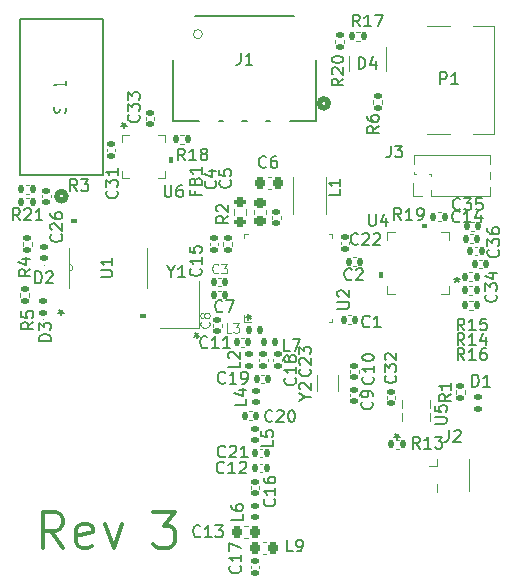
<source format=gto>
G04 #@! TF.GenerationSoftware,KiCad,Pcbnew,(7.0.0)*
G04 #@! TF.CreationDate,2023-05-25T13:49:03-05:00*
G04 #@! TF.ProjectId,Emrick,456d7269-636b-42e6-9b69-6361645f7063,3*
G04 #@! TF.SameCoordinates,Original*
G04 #@! TF.FileFunction,Legend,Top*
G04 #@! TF.FilePolarity,Positive*
%FSLAX46Y46*%
G04 Gerber Fmt 4.6, Leading zero omitted, Abs format (unit mm)*
G04 Created by KiCad (PCBNEW (7.0.0)) date 2023-05-25 13:49:03*
%MOMM*%
%LPD*%
G01*
G04 APERTURE LIST*
G04 Aperture macros list*
%AMRoundRect*
0 Rectangle with rounded corners*
0 $1 Rounding radius*
0 $2 $3 $4 $5 $6 $7 $8 $9 X,Y pos of 4 corners*
0 Add a 4 corners polygon primitive as box body*
4,1,4,$2,$3,$4,$5,$6,$7,$8,$9,$2,$3,0*
0 Add four circle primitives for the rounded corners*
1,1,$1+$1,$2,$3*
1,1,$1+$1,$4,$5*
1,1,$1+$1,$6,$7*
1,1,$1+$1,$8,$9*
0 Add four rect primitives between the rounded corners*
20,1,$1+$1,$2,$3,$4,$5,0*
20,1,$1+$1,$4,$5,$6,$7,0*
20,1,$1+$1,$6,$7,$8,$9,0*
20,1,$1+$1,$8,$9,$2,$3,0*%
G04 Aperture macros list end*
%ADD10C,0.300000*%
%ADD11C,0.150000*%
%ADD12C,0.120000*%
%ADD13C,0.110000*%
%ADD14C,0.152400*%
%ADD15C,0.508000*%
%ADD16C,0.100000*%
%ADD17C,2.057400*%
%ADD18RoundRect,0.135000X0.135000X0.185000X-0.135000X0.185000X-0.135000X-0.185000X0.135000X-0.185000X0*%
%ADD19RoundRect,0.135000X-0.135000X-0.185000X0.135000X-0.185000X0.135000X0.185000X-0.135000X0.185000X0*%
%ADD20R,1.600200X3.505200*%
%ADD21R,0.990600X3.505200*%
%ADD22RoundRect,0.140000X-0.170000X0.140000X-0.170000X-0.140000X0.170000X-0.140000X0.170000X0.140000X0*%
%ADD23R,1.200000X1.400000*%
%ADD24R,2.000000X1.200000*%
%ADD25RoundRect,0.147500X-0.172500X0.147500X-0.172500X-0.147500X0.172500X-0.147500X0.172500X0.147500X0*%
%ADD26RoundRect,0.140000X0.140000X0.170000X-0.140000X0.170000X-0.140000X-0.170000X0.140000X-0.170000X0*%
%ADD27RoundRect,0.225000X-0.225000X-0.250000X0.225000X-0.250000X0.225000X0.250000X-0.225000X0.250000X0*%
%ADD28RoundRect,0.140000X-0.140000X-0.170000X0.140000X-0.170000X0.140000X0.170000X-0.140000X0.170000X0*%
%ADD29RoundRect,0.135000X0.185000X-0.135000X0.185000X0.135000X-0.185000X0.135000X-0.185000X-0.135000X0*%
%ADD30RoundRect,0.140000X0.170000X-0.140000X0.170000X0.140000X-0.170000X0.140000X-0.170000X-0.140000X0*%
%ADD31R,0.600000X0.700000*%
%ADD32R,1.000000X0.700000*%
%ADD33RoundRect,0.147500X0.172500X-0.147500X0.172500X0.147500X-0.172500X0.147500X-0.172500X-0.147500X0*%
%ADD34R,0.965200X0.254000*%
%ADD35R,0.254000X0.965200*%
%ADD36R,3.352800X3.352800*%
%ADD37R,0.355600X1.676400*%
%ADD38R,0.850000X0.280000*%
%ADD39R,0.280000X0.850000*%
%ADD40C,0.508000*%
%ADD41C,0.499999*%
%ADD42R,5.150000X5.150000*%
%ADD43O,0.599999X0.240000*%
%ADD44O,0.240000X0.599999*%
%ADD45R,1.800000X1.000000*%
%ADD46O,1.000000X1.000000*%
%ADD47R,1.000000X1.000000*%
%ADD48R,2.200000X1.050000*%
%ADD49R,1.050000X1.000000*%
%ADD50RoundRect,0.225000X0.250000X-0.225000X0.250000X0.225000X-0.250000X0.225000X-0.250000X-0.225000X0*%
%ADD51RoundRect,0.225000X0.225000X0.250000X-0.225000X0.250000X-0.225000X-0.250000X0.225000X-0.250000X0*%
%ADD52O,1.600000X1.000000*%
%ADD53O,2.100000X1.000000*%
%ADD54R,1.150000X0.300000*%
%ADD55C,0.650000*%
%ADD56RoundRect,0.135000X-0.185000X0.135000X-0.185000X-0.135000X0.185000X-0.135000X0.185000X0.135000X0*%
%ADD57R,1.701800X0.304800*%
%ADD58R,0.254000X0.812800*%
%ADD59RoundRect,0.147500X-0.147500X-0.172500X0.147500X-0.172500X0.147500X0.172500X-0.147500X0.172500X0*%
%ADD60RoundRect,0.200000X-0.275000X0.200000X-0.275000X-0.200000X0.275000X-0.200000X0.275000X0.200000X0*%
G04 APERTURE END LIST*
D10*
X86128571Y-62447142D02*
X85128571Y-61018571D01*
X84414285Y-62447142D02*
X84414285Y-59447142D01*
X84414285Y-59447142D02*
X85557142Y-59447142D01*
X85557142Y-59447142D02*
X85842857Y-59590000D01*
X85842857Y-59590000D02*
X85985714Y-59732857D01*
X85985714Y-59732857D02*
X86128571Y-60018571D01*
X86128571Y-60018571D02*
X86128571Y-60447142D01*
X86128571Y-60447142D02*
X85985714Y-60732857D01*
X85985714Y-60732857D02*
X85842857Y-60875714D01*
X85842857Y-60875714D02*
X85557142Y-61018571D01*
X85557142Y-61018571D02*
X84414285Y-61018571D01*
X88557142Y-62304285D02*
X88271428Y-62447142D01*
X88271428Y-62447142D02*
X87700000Y-62447142D01*
X87700000Y-62447142D02*
X87414285Y-62304285D01*
X87414285Y-62304285D02*
X87271428Y-62018571D01*
X87271428Y-62018571D02*
X87271428Y-60875714D01*
X87271428Y-60875714D02*
X87414285Y-60590000D01*
X87414285Y-60590000D02*
X87700000Y-60447142D01*
X87700000Y-60447142D02*
X88271428Y-60447142D01*
X88271428Y-60447142D02*
X88557142Y-60590000D01*
X88557142Y-60590000D02*
X88700000Y-60875714D01*
X88700000Y-60875714D02*
X88700000Y-61161428D01*
X88700000Y-61161428D02*
X87271428Y-61447142D01*
X89700000Y-60447142D02*
X90414286Y-62447142D01*
X90414286Y-62447142D02*
X91128571Y-60447142D01*
X93785714Y-59447142D02*
X95642857Y-59447142D01*
X95642857Y-59447142D02*
X94642857Y-60590000D01*
X94642857Y-60590000D02*
X95071428Y-60590000D01*
X95071428Y-60590000D02*
X95357143Y-60732857D01*
X95357143Y-60732857D02*
X95500000Y-60875714D01*
X95500000Y-60875714D02*
X95642857Y-61161428D01*
X95642857Y-61161428D02*
X95642857Y-61875714D01*
X95642857Y-61875714D02*
X95500000Y-62161428D01*
X95500000Y-62161428D02*
X95357143Y-62304285D01*
X95357143Y-62304285D02*
X95071428Y-62447142D01*
X95071428Y-62447142D02*
X94214285Y-62447142D01*
X94214285Y-62447142D02*
X93928571Y-62304285D01*
X93928571Y-62304285D02*
X93785714Y-62161428D01*
D11*
X97449999Y-44732619D02*
X97449999Y-44494523D01*
X97688094Y-44589761D02*
X97449999Y-44494523D01*
X97449999Y-44494523D02*
X97211904Y-44589761D01*
X97592856Y-44304047D02*
X97449999Y-44494523D01*
X97449999Y-44494523D02*
X97307142Y-44304047D01*
X91299999Y-26932619D02*
X91299999Y-26694523D01*
X91538094Y-26789761D02*
X91299999Y-26694523D01*
X91299999Y-26694523D02*
X91061904Y-26789761D01*
X91442856Y-26504047D02*
X91299999Y-26694523D01*
X91299999Y-26694523D02*
X91157142Y-26504047D01*
X114399999Y-53232619D02*
X114399999Y-52994523D01*
X114638094Y-53089761D02*
X114399999Y-52994523D01*
X114399999Y-52994523D02*
X114161904Y-53089761D01*
X114542856Y-52804047D02*
X114399999Y-52994523D01*
X114399999Y-52994523D02*
X114257142Y-52804047D01*
X85949999Y-42732619D02*
X85949999Y-42494523D01*
X86188094Y-42589761D02*
X85949999Y-42494523D01*
X85949999Y-42494523D02*
X85711904Y-42589761D01*
X86092856Y-42304047D02*
X85949999Y-42494523D01*
X85949999Y-42494523D02*
X85807142Y-42304047D01*
X86319761Y-25628432D02*
X86367380Y-25485575D01*
X86367380Y-25485575D02*
X86367380Y-25247480D01*
X86367380Y-25247480D02*
X86319761Y-25152242D01*
X86319761Y-25152242D02*
X86272142Y-25104623D01*
X86272142Y-25104623D02*
X86176904Y-25057004D01*
X86176904Y-25057004D02*
X86081666Y-25057004D01*
X86081666Y-25057004D02*
X85986428Y-25104623D01*
X85986428Y-25104623D02*
X85938809Y-25152242D01*
X85938809Y-25152242D02*
X85891190Y-25247480D01*
X85891190Y-25247480D02*
X85843571Y-25437956D01*
X85843571Y-25437956D02*
X85795952Y-25533194D01*
X85795952Y-25533194D02*
X85748333Y-25580813D01*
X85748333Y-25580813D02*
X85653095Y-25628432D01*
X85653095Y-25628432D02*
X85557857Y-25628432D01*
X85557857Y-25628432D02*
X85462619Y-25580813D01*
X85462619Y-25580813D02*
X85415000Y-25533194D01*
X85415000Y-25533194D02*
X85367380Y-25437956D01*
X85367380Y-25437956D02*
X85367380Y-25199861D01*
X85367380Y-25199861D02*
X85415000Y-25057004D01*
X85367380Y-24723670D02*
X86367380Y-24485575D01*
X86367380Y-24485575D02*
X85653095Y-24295099D01*
X85653095Y-24295099D02*
X86367380Y-24104623D01*
X86367380Y-24104623D02*
X85367380Y-23866528D01*
X86367380Y-22961766D02*
X86367380Y-23533194D01*
X86367380Y-23247480D02*
X85367380Y-23247480D01*
X85367380Y-23247480D02*
X85510238Y-23342718D01*
X85510238Y-23342718D02*
X85605476Y-23437956D01*
X85605476Y-23437956D02*
X85653095Y-23533194D01*
X82477142Y-34737380D02*
X82143809Y-34261190D01*
X81905714Y-34737380D02*
X81905714Y-33737380D01*
X81905714Y-33737380D02*
X82286666Y-33737380D01*
X82286666Y-33737380D02*
X82381904Y-33785000D01*
X82381904Y-33785000D02*
X82429523Y-33832619D01*
X82429523Y-33832619D02*
X82477142Y-33927857D01*
X82477142Y-33927857D02*
X82477142Y-34070714D01*
X82477142Y-34070714D02*
X82429523Y-34165952D01*
X82429523Y-34165952D02*
X82381904Y-34213571D01*
X82381904Y-34213571D02*
X82286666Y-34261190D01*
X82286666Y-34261190D02*
X81905714Y-34261190D01*
X82858095Y-33832619D02*
X82905714Y-33785000D01*
X82905714Y-33785000D02*
X83000952Y-33737380D01*
X83000952Y-33737380D02*
X83239047Y-33737380D01*
X83239047Y-33737380D02*
X83334285Y-33785000D01*
X83334285Y-33785000D02*
X83381904Y-33832619D01*
X83381904Y-33832619D02*
X83429523Y-33927857D01*
X83429523Y-33927857D02*
X83429523Y-34023095D01*
X83429523Y-34023095D02*
X83381904Y-34165952D01*
X83381904Y-34165952D02*
X82810476Y-34737380D01*
X82810476Y-34737380D02*
X83429523Y-34737380D01*
X84381904Y-34737380D02*
X83810476Y-34737380D01*
X84096190Y-34737380D02*
X84096190Y-33737380D01*
X84096190Y-33737380D02*
X84000952Y-33880238D01*
X84000952Y-33880238D02*
X83905714Y-33975476D01*
X83905714Y-33975476D02*
X83810476Y-34023095D01*
X87333333Y-32267380D02*
X87000000Y-31791190D01*
X86761905Y-32267380D02*
X86761905Y-31267380D01*
X86761905Y-31267380D02*
X87142857Y-31267380D01*
X87142857Y-31267380D02*
X87238095Y-31315000D01*
X87238095Y-31315000D02*
X87285714Y-31362619D01*
X87285714Y-31362619D02*
X87333333Y-31457857D01*
X87333333Y-31457857D02*
X87333333Y-31600714D01*
X87333333Y-31600714D02*
X87285714Y-31695952D01*
X87285714Y-31695952D02*
X87238095Y-31743571D01*
X87238095Y-31743571D02*
X87142857Y-31791190D01*
X87142857Y-31791190D02*
X86761905Y-31791190D01*
X87666667Y-31267380D02*
X88285714Y-31267380D01*
X88285714Y-31267380D02*
X87952381Y-31648333D01*
X87952381Y-31648333D02*
X88095238Y-31648333D01*
X88095238Y-31648333D02*
X88190476Y-31695952D01*
X88190476Y-31695952D02*
X88238095Y-31743571D01*
X88238095Y-31743571D02*
X88285714Y-31838809D01*
X88285714Y-31838809D02*
X88285714Y-32076904D01*
X88285714Y-32076904D02*
X88238095Y-32172142D01*
X88238095Y-32172142D02*
X88190476Y-32219761D01*
X88190476Y-32219761D02*
X88095238Y-32267380D01*
X88095238Y-32267380D02*
X87809524Y-32267380D01*
X87809524Y-32267380D02*
X87714286Y-32219761D01*
X87714286Y-32219761D02*
X87666667Y-32172142D01*
X101166666Y-20567380D02*
X101166666Y-21281666D01*
X101166666Y-21281666D02*
X101119047Y-21424523D01*
X101119047Y-21424523D02*
X101023809Y-21519761D01*
X101023809Y-21519761D02*
X100880952Y-21567380D01*
X100880952Y-21567380D02*
X100785714Y-21567380D01*
X102166666Y-21567380D02*
X101595238Y-21567380D01*
X101880952Y-21567380D02*
X101880952Y-20567380D01*
X101880952Y-20567380D02*
X101785714Y-20710238D01*
X101785714Y-20710238D02*
X101690476Y-20805476D01*
X101690476Y-20805476D02*
X101595238Y-20853095D01*
X85972142Y-35942857D02*
X86019761Y-35990476D01*
X86019761Y-35990476D02*
X86067380Y-36133333D01*
X86067380Y-36133333D02*
X86067380Y-36228571D01*
X86067380Y-36228571D02*
X86019761Y-36371428D01*
X86019761Y-36371428D02*
X85924523Y-36466666D01*
X85924523Y-36466666D02*
X85829285Y-36514285D01*
X85829285Y-36514285D02*
X85638809Y-36561904D01*
X85638809Y-36561904D02*
X85495952Y-36561904D01*
X85495952Y-36561904D02*
X85305476Y-36514285D01*
X85305476Y-36514285D02*
X85210238Y-36466666D01*
X85210238Y-36466666D02*
X85115000Y-36371428D01*
X85115000Y-36371428D02*
X85067380Y-36228571D01*
X85067380Y-36228571D02*
X85067380Y-36133333D01*
X85067380Y-36133333D02*
X85115000Y-35990476D01*
X85115000Y-35990476D02*
X85162619Y-35942857D01*
X85162619Y-35561904D02*
X85115000Y-35514285D01*
X85115000Y-35514285D02*
X85067380Y-35419047D01*
X85067380Y-35419047D02*
X85067380Y-35180952D01*
X85067380Y-35180952D02*
X85115000Y-35085714D01*
X85115000Y-35085714D02*
X85162619Y-35038095D01*
X85162619Y-35038095D02*
X85257857Y-34990476D01*
X85257857Y-34990476D02*
X85353095Y-34990476D01*
X85353095Y-34990476D02*
X85495952Y-35038095D01*
X85495952Y-35038095D02*
X86067380Y-35609523D01*
X86067380Y-35609523D02*
X86067380Y-34990476D01*
X85067380Y-34133333D02*
X85067380Y-34323809D01*
X85067380Y-34323809D02*
X85115000Y-34419047D01*
X85115000Y-34419047D02*
X85162619Y-34466666D01*
X85162619Y-34466666D02*
X85305476Y-34561904D01*
X85305476Y-34561904D02*
X85495952Y-34609523D01*
X85495952Y-34609523D02*
X85876904Y-34609523D01*
X85876904Y-34609523D02*
X85972142Y-34561904D01*
X85972142Y-34561904D02*
X86019761Y-34514285D01*
X86019761Y-34514285D02*
X86067380Y-34419047D01*
X86067380Y-34419047D02*
X86067380Y-34228571D01*
X86067380Y-34228571D02*
X86019761Y-34133333D01*
X86019761Y-34133333D02*
X85972142Y-34085714D01*
X85972142Y-34085714D02*
X85876904Y-34038095D01*
X85876904Y-34038095D02*
X85638809Y-34038095D01*
X85638809Y-34038095D02*
X85543571Y-34085714D01*
X85543571Y-34085714D02*
X85495952Y-34133333D01*
X85495952Y-34133333D02*
X85448333Y-34228571D01*
X85448333Y-34228571D02*
X85448333Y-34419047D01*
X85448333Y-34419047D02*
X85495952Y-34514285D01*
X85495952Y-34514285D02*
X85543571Y-34561904D01*
X85543571Y-34561904D02*
X85638809Y-34609523D01*
X95273809Y-39091190D02*
X95273809Y-39567380D01*
X94940476Y-38567380D02*
X95273809Y-39091190D01*
X95273809Y-39091190D02*
X95607142Y-38567380D01*
X96464285Y-39567380D02*
X95892857Y-39567380D01*
X96178571Y-39567380D02*
X96178571Y-38567380D01*
X96178571Y-38567380D02*
X96083333Y-38710238D01*
X96083333Y-38710238D02*
X95988095Y-38805476D01*
X95988095Y-38805476D02*
X95892857Y-38853095D01*
X111257142Y-18317380D02*
X110923809Y-17841190D01*
X110685714Y-18317380D02*
X110685714Y-17317380D01*
X110685714Y-17317380D02*
X111066666Y-17317380D01*
X111066666Y-17317380D02*
X111161904Y-17365000D01*
X111161904Y-17365000D02*
X111209523Y-17412619D01*
X111209523Y-17412619D02*
X111257142Y-17507857D01*
X111257142Y-17507857D02*
X111257142Y-17650714D01*
X111257142Y-17650714D02*
X111209523Y-17745952D01*
X111209523Y-17745952D02*
X111161904Y-17793571D01*
X111161904Y-17793571D02*
X111066666Y-17841190D01*
X111066666Y-17841190D02*
X110685714Y-17841190D01*
X112209523Y-18317380D02*
X111638095Y-18317380D01*
X111923809Y-18317380D02*
X111923809Y-17317380D01*
X111923809Y-17317380D02*
X111828571Y-17460238D01*
X111828571Y-17460238D02*
X111733333Y-17555476D01*
X111733333Y-17555476D02*
X111638095Y-17603095D01*
X112542857Y-17317380D02*
X113209523Y-17317380D01*
X113209523Y-17317380D02*
X112780952Y-18317380D01*
X109617380Y-32116666D02*
X109617380Y-32592856D01*
X109617380Y-32592856D02*
X108617380Y-32592856D01*
X109617380Y-31259523D02*
X109617380Y-31830951D01*
X109617380Y-31545237D02*
X108617380Y-31545237D01*
X108617380Y-31545237D02*
X108760238Y-31640475D01*
X108760238Y-31640475D02*
X108855476Y-31735713D01*
X108855476Y-31735713D02*
X108903095Y-31830951D01*
X103937380Y-53366666D02*
X103937380Y-53842856D01*
X103937380Y-53842856D02*
X102937380Y-53842856D01*
X102937380Y-52557142D02*
X102937380Y-53033332D01*
X102937380Y-53033332D02*
X103413571Y-53080951D01*
X103413571Y-53080951D02*
X103365952Y-53033332D01*
X103365952Y-53033332D02*
X103318333Y-52938094D01*
X103318333Y-52938094D02*
X103318333Y-52699999D01*
X103318333Y-52699999D02*
X103365952Y-52604761D01*
X103365952Y-52604761D02*
X103413571Y-52557142D01*
X103413571Y-52557142D02*
X103508809Y-52509523D01*
X103508809Y-52509523D02*
X103746904Y-52509523D01*
X103746904Y-52509523D02*
X103842142Y-52557142D01*
X103842142Y-52557142D02*
X103889761Y-52604761D01*
X103889761Y-52604761D02*
X103937380Y-52699999D01*
X103937380Y-52699999D02*
X103937380Y-52938094D01*
X103937380Y-52938094D02*
X103889761Y-53033332D01*
X103889761Y-53033332D02*
X103842142Y-53080951D01*
X101117380Y-46716666D02*
X101117380Y-47192856D01*
X101117380Y-47192856D02*
X100117380Y-47192856D01*
X100212619Y-46430951D02*
X100165000Y-46383332D01*
X100165000Y-46383332D02*
X100117380Y-46288094D01*
X100117380Y-46288094D02*
X100117380Y-46049999D01*
X100117380Y-46049999D02*
X100165000Y-45954761D01*
X100165000Y-45954761D02*
X100212619Y-45907142D01*
X100212619Y-45907142D02*
X100307857Y-45859523D01*
X100307857Y-45859523D02*
X100403095Y-45859523D01*
X100403095Y-45859523D02*
X100545952Y-45907142D01*
X100545952Y-45907142D02*
X101117380Y-46478570D01*
X101117380Y-46478570D02*
X101117380Y-45859523D01*
D12*
X99266667Y-39167714D02*
X99228571Y-39205809D01*
X99228571Y-39205809D02*
X99114286Y-39243904D01*
X99114286Y-39243904D02*
X99038095Y-39243904D01*
X99038095Y-39243904D02*
X98923809Y-39205809D01*
X98923809Y-39205809D02*
X98847619Y-39129619D01*
X98847619Y-39129619D02*
X98809524Y-39053428D01*
X98809524Y-39053428D02*
X98771428Y-38901047D01*
X98771428Y-38901047D02*
X98771428Y-38786761D01*
X98771428Y-38786761D02*
X98809524Y-38634380D01*
X98809524Y-38634380D02*
X98847619Y-38558190D01*
X98847619Y-38558190D02*
X98923809Y-38482000D01*
X98923809Y-38482000D02*
X99038095Y-38443904D01*
X99038095Y-38443904D02*
X99114286Y-38443904D01*
X99114286Y-38443904D02*
X99228571Y-38482000D01*
X99228571Y-38482000D02*
X99266667Y-38520095D01*
X99533333Y-38443904D02*
X100028571Y-38443904D01*
X100028571Y-38443904D02*
X99761905Y-38748666D01*
X99761905Y-38748666D02*
X99876190Y-38748666D01*
X99876190Y-38748666D02*
X99952381Y-38786761D01*
X99952381Y-38786761D02*
X99990476Y-38824857D01*
X99990476Y-38824857D02*
X100028571Y-38901047D01*
X100028571Y-38901047D02*
X100028571Y-39091523D01*
X100028571Y-39091523D02*
X99990476Y-39167714D01*
X99990476Y-39167714D02*
X99952381Y-39205809D01*
X99952381Y-39205809D02*
X99876190Y-39243904D01*
X99876190Y-39243904D02*
X99647619Y-39243904D01*
X99647619Y-39243904D02*
X99571428Y-39205809D01*
X99571428Y-39205809D02*
X99533333Y-39167714D01*
D11*
X105583333Y-62767380D02*
X105107143Y-62767380D01*
X105107143Y-62767380D02*
X105107143Y-61767380D01*
X105964286Y-62767380D02*
X106154762Y-62767380D01*
X106154762Y-62767380D02*
X106250000Y-62719761D01*
X106250000Y-62719761D02*
X106297619Y-62672142D01*
X106297619Y-62672142D02*
X106392857Y-62529285D01*
X106392857Y-62529285D02*
X106440476Y-62338809D01*
X106440476Y-62338809D02*
X106440476Y-61957857D01*
X106440476Y-61957857D02*
X106392857Y-61862619D01*
X106392857Y-61862619D02*
X106345238Y-61815000D01*
X106345238Y-61815000D02*
X106250000Y-61767380D01*
X106250000Y-61767380D02*
X106059524Y-61767380D01*
X106059524Y-61767380D02*
X105964286Y-61815000D01*
X105964286Y-61815000D02*
X105916667Y-61862619D01*
X105916667Y-61862619D02*
X105869048Y-61957857D01*
X105869048Y-61957857D02*
X105869048Y-62195952D01*
X105869048Y-62195952D02*
X105916667Y-62291190D01*
X105916667Y-62291190D02*
X105964286Y-62338809D01*
X105964286Y-62338809D02*
X106059524Y-62386428D01*
X106059524Y-62386428D02*
X106250000Y-62386428D01*
X106250000Y-62386428D02*
X106345238Y-62338809D01*
X106345238Y-62338809D02*
X106392857Y-62291190D01*
X106392857Y-62291190D02*
X106440476Y-62195952D01*
D13*
X98467714Y-43333332D02*
X98505809Y-43371428D01*
X98505809Y-43371428D02*
X98543904Y-43485713D01*
X98543904Y-43485713D02*
X98543904Y-43561904D01*
X98543904Y-43561904D02*
X98505809Y-43676190D01*
X98505809Y-43676190D02*
X98429619Y-43752380D01*
X98429619Y-43752380D02*
X98353428Y-43790475D01*
X98353428Y-43790475D02*
X98201047Y-43828571D01*
X98201047Y-43828571D02*
X98086761Y-43828571D01*
X98086761Y-43828571D02*
X97934380Y-43790475D01*
X97934380Y-43790475D02*
X97858190Y-43752380D01*
X97858190Y-43752380D02*
X97782000Y-43676190D01*
X97782000Y-43676190D02*
X97743904Y-43561904D01*
X97743904Y-43561904D02*
X97743904Y-43485713D01*
X97743904Y-43485713D02*
X97782000Y-43371428D01*
X97782000Y-43371428D02*
X97820095Y-43333332D01*
X98086761Y-42876190D02*
X98048666Y-42952380D01*
X98048666Y-42952380D02*
X98010571Y-42990475D01*
X98010571Y-42990475D02*
X97934380Y-43028571D01*
X97934380Y-43028571D02*
X97896285Y-43028571D01*
X97896285Y-43028571D02*
X97820095Y-42990475D01*
X97820095Y-42990475D02*
X97782000Y-42952380D01*
X97782000Y-42952380D02*
X97743904Y-42876190D01*
X97743904Y-42876190D02*
X97743904Y-42723809D01*
X97743904Y-42723809D02*
X97782000Y-42647618D01*
X97782000Y-42647618D02*
X97820095Y-42609523D01*
X97820095Y-42609523D02*
X97896285Y-42571428D01*
X97896285Y-42571428D02*
X97934380Y-42571428D01*
X97934380Y-42571428D02*
X98010571Y-42609523D01*
X98010571Y-42609523D02*
X98048666Y-42647618D01*
X98048666Y-42647618D02*
X98086761Y-42723809D01*
X98086761Y-42723809D02*
X98086761Y-42876190D01*
X98086761Y-42876190D02*
X98124857Y-42952380D01*
X98124857Y-42952380D02*
X98162952Y-42990475D01*
X98162952Y-42990475D02*
X98239142Y-43028571D01*
X98239142Y-43028571D02*
X98391523Y-43028571D01*
X98391523Y-43028571D02*
X98467714Y-42990475D01*
X98467714Y-42990475D02*
X98505809Y-42952380D01*
X98505809Y-42952380D02*
X98543904Y-42876190D01*
X98543904Y-42876190D02*
X98543904Y-42723809D01*
X98543904Y-42723809D02*
X98505809Y-42647618D01*
X98505809Y-42647618D02*
X98467714Y-42609523D01*
X98467714Y-42609523D02*
X98391523Y-42571428D01*
X98391523Y-42571428D02*
X98239142Y-42571428D01*
X98239142Y-42571428D02*
X98162952Y-42609523D01*
X98162952Y-42609523D02*
X98124857Y-42647618D01*
X98124857Y-42647618D02*
X98086761Y-42723809D01*
D11*
X112083333Y-43722142D02*
X112035714Y-43769761D01*
X112035714Y-43769761D02*
X111892857Y-43817380D01*
X111892857Y-43817380D02*
X111797619Y-43817380D01*
X111797619Y-43817380D02*
X111654762Y-43769761D01*
X111654762Y-43769761D02*
X111559524Y-43674523D01*
X111559524Y-43674523D02*
X111511905Y-43579285D01*
X111511905Y-43579285D02*
X111464286Y-43388809D01*
X111464286Y-43388809D02*
X111464286Y-43245952D01*
X111464286Y-43245952D02*
X111511905Y-43055476D01*
X111511905Y-43055476D02*
X111559524Y-42960238D01*
X111559524Y-42960238D02*
X111654762Y-42865000D01*
X111654762Y-42865000D02*
X111797619Y-42817380D01*
X111797619Y-42817380D02*
X111892857Y-42817380D01*
X111892857Y-42817380D02*
X112035714Y-42865000D01*
X112035714Y-42865000D02*
X112083333Y-42912619D01*
X113035714Y-43817380D02*
X112464286Y-43817380D01*
X112750000Y-43817380D02*
X112750000Y-42817380D01*
X112750000Y-42817380D02*
X112654762Y-42960238D01*
X112654762Y-42960238D02*
X112559524Y-43055476D01*
X112559524Y-43055476D02*
X112464286Y-43103095D01*
X100117380Y-34366666D02*
X99641190Y-34699999D01*
X100117380Y-34938094D02*
X99117380Y-34938094D01*
X99117380Y-34938094D02*
X99117380Y-34557142D01*
X99117380Y-34557142D02*
X99165000Y-34461904D01*
X99165000Y-34461904D02*
X99212619Y-34414285D01*
X99212619Y-34414285D02*
X99307857Y-34366666D01*
X99307857Y-34366666D02*
X99450714Y-34366666D01*
X99450714Y-34366666D02*
X99545952Y-34414285D01*
X99545952Y-34414285D02*
X99593571Y-34461904D01*
X99593571Y-34461904D02*
X99641190Y-34557142D01*
X99641190Y-34557142D02*
X99641190Y-34938094D01*
X99212619Y-33985713D02*
X99165000Y-33938094D01*
X99165000Y-33938094D02*
X99117380Y-33842856D01*
X99117380Y-33842856D02*
X99117380Y-33604761D01*
X99117380Y-33604761D02*
X99165000Y-33509523D01*
X99165000Y-33509523D02*
X99212619Y-33461904D01*
X99212619Y-33461904D02*
X99307857Y-33414285D01*
X99307857Y-33414285D02*
X99403095Y-33414285D01*
X99403095Y-33414285D02*
X99545952Y-33461904D01*
X99545952Y-33461904D02*
X100117380Y-34033332D01*
X100117380Y-34033332D02*
X100117380Y-33414285D01*
X119757142Y-33772142D02*
X119709523Y-33819761D01*
X119709523Y-33819761D02*
X119566666Y-33867380D01*
X119566666Y-33867380D02*
X119471428Y-33867380D01*
X119471428Y-33867380D02*
X119328571Y-33819761D01*
X119328571Y-33819761D02*
X119233333Y-33724523D01*
X119233333Y-33724523D02*
X119185714Y-33629285D01*
X119185714Y-33629285D02*
X119138095Y-33438809D01*
X119138095Y-33438809D02*
X119138095Y-33295952D01*
X119138095Y-33295952D02*
X119185714Y-33105476D01*
X119185714Y-33105476D02*
X119233333Y-33010238D01*
X119233333Y-33010238D02*
X119328571Y-32915000D01*
X119328571Y-32915000D02*
X119471428Y-32867380D01*
X119471428Y-32867380D02*
X119566666Y-32867380D01*
X119566666Y-32867380D02*
X119709523Y-32915000D01*
X119709523Y-32915000D02*
X119757142Y-32962619D01*
X120090476Y-32867380D02*
X120709523Y-32867380D01*
X120709523Y-32867380D02*
X120376190Y-33248333D01*
X120376190Y-33248333D02*
X120519047Y-33248333D01*
X120519047Y-33248333D02*
X120614285Y-33295952D01*
X120614285Y-33295952D02*
X120661904Y-33343571D01*
X120661904Y-33343571D02*
X120709523Y-33438809D01*
X120709523Y-33438809D02*
X120709523Y-33676904D01*
X120709523Y-33676904D02*
X120661904Y-33772142D01*
X120661904Y-33772142D02*
X120614285Y-33819761D01*
X120614285Y-33819761D02*
X120519047Y-33867380D01*
X120519047Y-33867380D02*
X120233333Y-33867380D01*
X120233333Y-33867380D02*
X120138095Y-33819761D01*
X120138095Y-33819761D02*
X120090476Y-33772142D01*
X121614285Y-32867380D02*
X121138095Y-32867380D01*
X121138095Y-32867380D02*
X121090476Y-33343571D01*
X121090476Y-33343571D02*
X121138095Y-33295952D01*
X121138095Y-33295952D02*
X121233333Y-33248333D01*
X121233333Y-33248333D02*
X121471428Y-33248333D01*
X121471428Y-33248333D02*
X121566666Y-33295952D01*
X121566666Y-33295952D02*
X121614285Y-33343571D01*
X121614285Y-33343571D02*
X121661904Y-33438809D01*
X121661904Y-33438809D02*
X121661904Y-33676904D01*
X121661904Y-33676904D02*
X121614285Y-33772142D01*
X121614285Y-33772142D02*
X121566666Y-33819761D01*
X121566666Y-33819761D02*
X121471428Y-33867380D01*
X121471428Y-33867380D02*
X121233333Y-33867380D01*
X121233333Y-33867380D02*
X121138095Y-33819761D01*
X121138095Y-33819761D02*
X121090476Y-33772142D01*
X92527142Y-25807857D02*
X92574761Y-25855476D01*
X92574761Y-25855476D02*
X92622380Y-25998333D01*
X92622380Y-25998333D02*
X92622380Y-26093571D01*
X92622380Y-26093571D02*
X92574761Y-26236428D01*
X92574761Y-26236428D02*
X92479523Y-26331666D01*
X92479523Y-26331666D02*
X92384285Y-26379285D01*
X92384285Y-26379285D02*
X92193809Y-26426904D01*
X92193809Y-26426904D02*
X92050952Y-26426904D01*
X92050952Y-26426904D02*
X91860476Y-26379285D01*
X91860476Y-26379285D02*
X91765238Y-26331666D01*
X91765238Y-26331666D02*
X91670000Y-26236428D01*
X91670000Y-26236428D02*
X91622380Y-26093571D01*
X91622380Y-26093571D02*
X91622380Y-25998333D01*
X91622380Y-25998333D02*
X91670000Y-25855476D01*
X91670000Y-25855476D02*
X91717619Y-25807857D01*
X91622380Y-25474523D02*
X91622380Y-24855476D01*
X91622380Y-24855476D02*
X92003333Y-25188809D01*
X92003333Y-25188809D02*
X92003333Y-25045952D01*
X92003333Y-25045952D02*
X92050952Y-24950714D01*
X92050952Y-24950714D02*
X92098571Y-24903095D01*
X92098571Y-24903095D02*
X92193809Y-24855476D01*
X92193809Y-24855476D02*
X92431904Y-24855476D01*
X92431904Y-24855476D02*
X92527142Y-24903095D01*
X92527142Y-24903095D02*
X92574761Y-24950714D01*
X92574761Y-24950714D02*
X92622380Y-25045952D01*
X92622380Y-25045952D02*
X92622380Y-25331666D01*
X92622380Y-25331666D02*
X92574761Y-25426904D01*
X92574761Y-25426904D02*
X92527142Y-25474523D01*
X91622380Y-24522142D02*
X91622380Y-23903095D01*
X91622380Y-23903095D02*
X92003333Y-24236428D01*
X92003333Y-24236428D02*
X92003333Y-24093571D01*
X92003333Y-24093571D02*
X92050952Y-23998333D01*
X92050952Y-23998333D02*
X92098571Y-23950714D01*
X92098571Y-23950714D02*
X92193809Y-23903095D01*
X92193809Y-23903095D02*
X92431904Y-23903095D01*
X92431904Y-23903095D02*
X92527142Y-23950714D01*
X92527142Y-23950714D02*
X92574761Y-23998333D01*
X92574761Y-23998333D02*
X92622380Y-24093571D01*
X92622380Y-24093571D02*
X92622380Y-24379285D01*
X92622380Y-24379285D02*
X92574761Y-24474523D01*
X92574761Y-24474523D02*
X92527142Y-24522142D01*
X120107142Y-44067380D02*
X119773809Y-43591190D01*
X119535714Y-44067380D02*
X119535714Y-43067380D01*
X119535714Y-43067380D02*
X119916666Y-43067380D01*
X119916666Y-43067380D02*
X120011904Y-43115000D01*
X120011904Y-43115000D02*
X120059523Y-43162619D01*
X120059523Y-43162619D02*
X120107142Y-43257857D01*
X120107142Y-43257857D02*
X120107142Y-43400714D01*
X120107142Y-43400714D02*
X120059523Y-43495952D01*
X120059523Y-43495952D02*
X120011904Y-43543571D01*
X120011904Y-43543571D02*
X119916666Y-43591190D01*
X119916666Y-43591190D02*
X119535714Y-43591190D01*
X121059523Y-44067380D02*
X120488095Y-44067380D01*
X120773809Y-44067380D02*
X120773809Y-43067380D01*
X120773809Y-43067380D02*
X120678571Y-43210238D01*
X120678571Y-43210238D02*
X120583333Y-43305476D01*
X120583333Y-43305476D02*
X120488095Y-43353095D01*
X121964285Y-43067380D02*
X121488095Y-43067380D01*
X121488095Y-43067380D02*
X121440476Y-43543571D01*
X121440476Y-43543571D02*
X121488095Y-43495952D01*
X121488095Y-43495952D02*
X121583333Y-43448333D01*
X121583333Y-43448333D02*
X121821428Y-43448333D01*
X121821428Y-43448333D02*
X121916666Y-43495952D01*
X121916666Y-43495952D02*
X121964285Y-43543571D01*
X121964285Y-43543571D02*
X122011904Y-43638809D01*
X122011904Y-43638809D02*
X122011904Y-43876904D01*
X122011904Y-43876904D02*
X121964285Y-43972142D01*
X121964285Y-43972142D02*
X121916666Y-44019761D01*
X121916666Y-44019761D02*
X121821428Y-44067380D01*
X121821428Y-44067380D02*
X121583333Y-44067380D01*
X121583333Y-44067380D02*
X121488095Y-44019761D01*
X121488095Y-44019761D02*
X121440476Y-43972142D01*
X111161905Y-21917380D02*
X111161905Y-20917380D01*
X111161905Y-20917380D02*
X111400000Y-20917380D01*
X111400000Y-20917380D02*
X111542857Y-20965000D01*
X111542857Y-20965000D02*
X111638095Y-21060238D01*
X111638095Y-21060238D02*
X111685714Y-21155476D01*
X111685714Y-21155476D02*
X111733333Y-21345952D01*
X111733333Y-21345952D02*
X111733333Y-21488809D01*
X111733333Y-21488809D02*
X111685714Y-21679285D01*
X111685714Y-21679285D02*
X111638095Y-21774523D01*
X111638095Y-21774523D02*
X111542857Y-21869761D01*
X111542857Y-21869761D02*
X111400000Y-21917380D01*
X111400000Y-21917380D02*
X111161905Y-21917380D01*
X112590476Y-21250714D02*
X112590476Y-21917380D01*
X112352381Y-20869761D02*
X112114286Y-21584047D01*
X112114286Y-21584047D02*
X112733333Y-21584047D01*
X83367380Y-38866666D02*
X82891190Y-39199999D01*
X83367380Y-39438094D02*
X82367380Y-39438094D01*
X82367380Y-39438094D02*
X82367380Y-39057142D01*
X82367380Y-39057142D02*
X82415000Y-38961904D01*
X82415000Y-38961904D02*
X82462619Y-38914285D01*
X82462619Y-38914285D02*
X82557857Y-38866666D01*
X82557857Y-38866666D02*
X82700714Y-38866666D01*
X82700714Y-38866666D02*
X82795952Y-38914285D01*
X82795952Y-38914285D02*
X82843571Y-38961904D01*
X82843571Y-38961904D02*
X82891190Y-39057142D01*
X82891190Y-39057142D02*
X82891190Y-39438094D01*
X82700714Y-38009523D02*
X83367380Y-38009523D01*
X82319761Y-38247618D02*
X83034047Y-38485713D01*
X83034047Y-38485713D02*
X83034047Y-37866666D01*
X120761905Y-48817380D02*
X120761905Y-47817380D01*
X120761905Y-47817380D02*
X121000000Y-47817380D01*
X121000000Y-47817380D02*
X121142857Y-47865000D01*
X121142857Y-47865000D02*
X121238095Y-47960238D01*
X121238095Y-47960238D02*
X121285714Y-48055476D01*
X121285714Y-48055476D02*
X121333333Y-48245952D01*
X121333333Y-48245952D02*
X121333333Y-48388809D01*
X121333333Y-48388809D02*
X121285714Y-48579285D01*
X121285714Y-48579285D02*
X121238095Y-48674523D01*
X121238095Y-48674523D02*
X121142857Y-48769761D01*
X121142857Y-48769761D02*
X121000000Y-48817380D01*
X121000000Y-48817380D02*
X120761905Y-48817380D01*
X122285714Y-48817380D02*
X121714286Y-48817380D01*
X122000000Y-48817380D02*
X122000000Y-47817380D01*
X122000000Y-47817380D02*
X121904762Y-47960238D01*
X121904762Y-47960238D02*
X121809524Y-48055476D01*
X121809524Y-48055476D02*
X121714286Y-48103095D01*
X105772142Y-48092857D02*
X105819761Y-48140476D01*
X105819761Y-48140476D02*
X105867380Y-48283333D01*
X105867380Y-48283333D02*
X105867380Y-48378571D01*
X105867380Y-48378571D02*
X105819761Y-48521428D01*
X105819761Y-48521428D02*
X105724523Y-48616666D01*
X105724523Y-48616666D02*
X105629285Y-48664285D01*
X105629285Y-48664285D02*
X105438809Y-48711904D01*
X105438809Y-48711904D02*
X105295952Y-48711904D01*
X105295952Y-48711904D02*
X105105476Y-48664285D01*
X105105476Y-48664285D02*
X105010238Y-48616666D01*
X105010238Y-48616666D02*
X104915000Y-48521428D01*
X104915000Y-48521428D02*
X104867380Y-48378571D01*
X104867380Y-48378571D02*
X104867380Y-48283333D01*
X104867380Y-48283333D02*
X104915000Y-48140476D01*
X104915000Y-48140476D02*
X104962619Y-48092857D01*
X105867380Y-47140476D02*
X105867380Y-47711904D01*
X105867380Y-47426190D02*
X104867380Y-47426190D01*
X104867380Y-47426190D02*
X105010238Y-47521428D01*
X105010238Y-47521428D02*
X105105476Y-47616666D01*
X105105476Y-47616666D02*
X105153095Y-47711904D01*
X105295952Y-46569047D02*
X105248333Y-46664285D01*
X105248333Y-46664285D02*
X105200714Y-46711904D01*
X105200714Y-46711904D02*
X105105476Y-46759523D01*
X105105476Y-46759523D02*
X105057857Y-46759523D01*
X105057857Y-46759523D02*
X104962619Y-46711904D01*
X104962619Y-46711904D02*
X104915000Y-46664285D01*
X104915000Y-46664285D02*
X104867380Y-46569047D01*
X104867380Y-46569047D02*
X104867380Y-46378571D01*
X104867380Y-46378571D02*
X104915000Y-46283333D01*
X104915000Y-46283333D02*
X104962619Y-46235714D01*
X104962619Y-46235714D02*
X105057857Y-46188095D01*
X105057857Y-46188095D02*
X105105476Y-46188095D01*
X105105476Y-46188095D02*
X105200714Y-46235714D01*
X105200714Y-46235714D02*
X105248333Y-46283333D01*
X105248333Y-46283333D02*
X105295952Y-46378571D01*
X105295952Y-46378571D02*
X105295952Y-46569047D01*
X105295952Y-46569047D02*
X105343571Y-46664285D01*
X105343571Y-46664285D02*
X105391190Y-46711904D01*
X105391190Y-46711904D02*
X105486428Y-46759523D01*
X105486428Y-46759523D02*
X105676904Y-46759523D01*
X105676904Y-46759523D02*
X105772142Y-46711904D01*
X105772142Y-46711904D02*
X105819761Y-46664285D01*
X105819761Y-46664285D02*
X105867380Y-46569047D01*
X105867380Y-46569047D02*
X105867380Y-46378571D01*
X105867380Y-46378571D02*
X105819761Y-46283333D01*
X105819761Y-46283333D02*
X105772142Y-46235714D01*
X105772142Y-46235714D02*
X105676904Y-46188095D01*
X105676904Y-46188095D02*
X105486428Y-46188095D01*
X105486428Y-46188095D02*
X105391190Y-46235714D01*
X105391190Y-46235714D02*
X105343571Y-46283333D01*
X105343571Y-46283333D02*
X105295952Y-46378571D01*
X112038095Y-34217380D02*
X112038095Y-35026904D01*
X112038095Y-35026904D02*
X112085714Y-35122142D01*
X112085714Y-35122142D02*
X112133333Y-35169761D01*
X112133333Y-35169761D02*
X112228571Y-35217380D01*
X112228571Y-35217380D02*
X112419047Y-35217380D01*
X112419047Y-35217380D02*
X112514285Y-35169761D01*
X112514285Y-35169761D02*
X112561904Y-35122142D01*
X112561904Y-35122142D02*
X112609523Y-35026904D01*
X112609523Y-35026904D02*
X112609523Y-34217380D01*
X113514285Y-34550714D02*
X113514285Y-35217380D01*
X113276190Y-34169761D02*
X113038095Y-34884047D01*
X113038095Y-34884047D02*
X113657142Y-34884047D01*
X119500000Y-39567380D02*
X119500000Y-39805476D01*
X119261905Y-39710238D02*
X119500000Y-39805476D01*
X119500000Y-39805476D02*
X119738095Y-39710238D01*
X119357143Y-39995952D02*
X119500000Y-39805476D01*
X119500000Y-39805476D02*
X119642857Y-39995952D01*
X114757142Y-34717380D02*
X114423809Y-34241190D01*
X114185714Y-34717380D02*
X114185714Y-33717380D01*
X114185714Y-33717380D02*
X114566666Y-33717380D01*
X114566666Y-33717380D02*
X114661904Y-33765000D01*
X114661904Y-33765000D02*
X114709523Y-33812619D01*
X114709523Y-33812619D02*
X114757142Y-33907857D01*
X114757142Y-33907857D02*
X114757142Y-34050714D01*
X114757142Y-34050714D02*
X114709523Y-34145952D01*
X114709523Y-34145952D02*
X114661904Y-34193571D01*
X114661904Y-34193571D02*
X114566666Y-34241190D01*
X114566666Y-34241190D02*
X114185714Y-34241190D01*
X115709523Y-34717380D02*
X115138095Y-34717380D01*
X115423809Y-34717380D02*
X115423809Y-33717380D01*
X115423809Y-33717380D02*
X115328571Y-33860238D01*
X115328571Y-33860238D02*
X115233333Y-33955476D01*
X115233333Y-33955476D02*
X115138095Y-34003095D01*
X116185714Y-34717380D02*
X116376190Y-34717380D01*
X116376190Y-34717380D02*
X116471428Y-34669761D01*
X116471428Y-34669761D02*
X116519047Y-34622142D01*
X116519047Y-34622142D02*
X116614285Y-34479285D01*
X116614285Y-34479285D02*
X116661904Y-34288809D01*
X116661904Y-34288809D02*
X116661904Y-33907857D01*
X116661904Y-33907857D02*
X116614285Y-33812619D01*
X116614285Y-33812619D02*
X116566666Y-33765000D01*
X116566666Y-33765000D02*
X116471428Y-33717380D01*
X116471428Y-33717380D02*
X116280952Y-33717380D01*
X116280952Y-33717380D02*
X116185714Y-33765000D01*
X116185714Y-33765000D02*
X116138095Y-33812619D01*
X116138095Y-33812619D02*
X116090476Y-33907857D01*
X116090476Y-33907857D02*
X116090476Y-34145952D01*
X116090476Y-34145952D02*
X116138095Y-34241190D01*
X116138095Y-34241190D02*
X116185714Y-34288809D01*
X116185714Y-34288809D02*
X116280952Y-34336428D01*
X116280952Y-34336428D02*
X116471428Y-34336428D01*
X116471428Y-34336428D02*
X116566666Y-34288809D01*
X116566666Y-34288809D02*
X116614285Y-34241190D01*
X116614285Y-34241190D02*
X116661904Y-34145952D01*
X89319880Y-39526154D02*
X90129404Y-39526154D01*
X90129404Y-39526154D02*
X90224642Y-39478535D01*
X90224642Y-39478535D02*
X90272261Y-39430916D01*
X90272261Y-39430916D02*
X90319880Y-39335678D01*
X90319880Y-39335678D02*
X90319880Y-39145202D01*
X90319880Y-39145202D02*
X90272261Y-39049964D01*
X90272261Y-39049964D02*
X90224642Y-39002345D01*
X90224642Y-39002345D02*
X90129404Y-38954726D01*
X90129404Y-38954726D02*
X89319880Y-38954726D01*
X90319880Y-37954726D02*
X90319880Y-38526154D01*
X90319880Y-38240440D02*
X89319880Y-38240440D01*
X89319880Y-38240440D02*
X89462738Y-38335678D01*
X89462738Y-38335678D02*
X89557976Y-38430916D01*
X89557976Y-38430916D02*
X89605595Y-38526154D01*
X94738095Y-31757379D02*
X94738095Y-32566903D01*
X94738095Y-32566903D02*
X94785714Y-32662141D01*
X94785714Y-32662141D02*
X94833333Y-32709760D01*
X94833333Y-32709760D02*
X94928571Y-32757379D01*
X94928571Y-32757379D02*
X95119047Y-32757379D01*
X95119047Y-32757379D02*
X95214285Y-32709760D01*
X95214285Y-32709760D02*
X95261904Y-32662141D01*
X95261904Y-32662141D02*
X95309523Y-32566903D01*
X95309523Y-32566903D02*
X95309523Y-31757379D01*
X96214285Y-31757379D02*
X96023809Y-31757379D01*
X96023809Y-31757379D02*
X95928571Y-31804999D01*
X95928571Y-31804999D02*
X95880952Y-31852618D01*
X95880952Y-31852618D02*
X95785714Y-31995475D01*
X95785714Y-31995475D02*
X95738095Y-32185951D01*
X95738095Y-32185951D02*
X95738095Y-32566903D01*
X95738095Y-32566903D02*
X95785714Y-32662141D01*
X95785714Y-32662141D02*
X95833333Y-32709760D01*
X95833333Y-32709760D02*
X95928571Y-32757379D01*
X95928571Y-32757379D02*
X96119047Y-32757379D01*
X96119047Y-32757379D02*
X96214285Y-32709760D01*
X96214285Y-32709760D02*
X96261904Y-32662141D01*
X96261904Y-32662141D02*
X96309523Y-32566903D01*
X96309523Y-32566903D02*
X96309523Y-32328808D01*
X96309523Y-32328808D02*
X96261904Y-32233570D01*
X96261904Y-32233570D02*
X96214285Y-32185951D01*
X96214285Y-32185951D02*
X96119047Y-32138332D01*
X96119047Y-32138332D02*
X95928571Y-32138332D01*
X95928571Y-32138332D02*
X95833333Y-32185951D01*
X95833333Y-32185951D02*
X95785714Y-32233570D01*
X95785714Y-32233570D02*
X95738095Y-32328808D01*
X100272142Y-31366666D02*
X100319761Y-31414285D01*
X100319761Y-31414285D02*
X100367380Y-31557142D01*
X100367380Y-31557142D02*
X100367380Y-31652380D01*
X100367380Y-31652380D02*
X100319761Y-31795237D01*
X100319761Y-31795237D02*
X100224523Y-31890475D01*
X100224523Y-31890475D02*
X100129285Y-31938094D01*
X100129285Y-31938094D02*
X99938809Y-31985713D01*
X99938809Y-31985713D02*
X99795952Y-31985713D01*
X99795952Y-31985713D02*
X99605476Y-31938094D01*
X99605476Y-31938094D02*
X99510238Y-31890475D01*
X99510238Y-31890475D02*
X99415000Y-31795237D01*
X99415000Y-31795237D02*
X99367380Y-31652380D01*
X99367380Y-31652380D02*
X99367380Y-31557142D01*
X99367380Y-31557142D02*
X99415000Y-31414285D01*
X99415000Y-31414285D02*
X99462619Y-31366666D01*
X99367380Y-30461904D02*
X99367380Y-30938094D01*
X99367380Y-30938094D02*
X99843571Y-30985713D01*
X99843571Y-30985713D02*
X99795952Y-30938094D01*
X99795952Y-30938094D02*
X99748333Y-30842856D01*
X99748333Y-30842856D02*
X99748333Y-30604761D01*
X99748333Y-30604761D02*
X99795952Y-30509523D01*
X99795952Y-30509523D02*
X99843571Y-30461904D01*
X99843571Y-30461904D02*
X99938809Y-30414285D01*
X99938809Y-30414285D02*
X100176904Y-30414285D01*
X100176904Y-30414285D02*
X100272142Y-30461904D01*
X100272142Y-30461904D02*
X100319761Y-30509523D01*
X100319761Y-30509523D02*
X100367380Y-30604761D01*
X100367380Y-30604761D02*
X100367380Y-30842856D01*
X100367380Y-30842856D02*
X100319761Y-30938094D01*
X100319761Y-30938094D02*
X100272142Y-30985713D01*
X90672142Y-32242857D02*
X90719761Y-32290476D01*
X90719761Y-32290476D02*
X90767380Y-32433333D01*
X90767380Y-32433333D02*
X90767380Y-32528571D01*
X90767380Y-32528571D02*
X90719761Y-32671428D01*
X90719761Y-32671428D02*
X90624523Y-32766666D01*
X90624523Y-32766666D02*
X90529285Y-32814285D01*
X90529285Y-32814285D02*
X90338809Y-32861904D01*
X90338809Y-32861904D02*
X90195952Y-32861904D01*
X90195952Y-32861904D02*
X90005476Y-32814285D01*
X90005476Y-32814285D02*
X89910238Y-32766666D01*
X89910238Y-32766666D02*
X89815000Y-32671428D01*
X89815000Y-32671428D02*
X89767380Y-32528571D01*
X89767380Y-32528571D02*
X89767380Y-32433333D01*
X89767380Y-32433333D02*
X89815000Y-32290476D01*
X89815000Y-32290476D02*
X89862619Y-32242857D01*
X89767380Y-31909523D02*
X89767380Y-31290476D01*
X89767380Y-31290476D02*
X90148333Y-31623809D01*
X90148333Y-31623809D02*
X90148333Y-31480952D01*
X90148333Y-31480952D02*
X90195952Y-31385714D01*
X90195952Y-31385714D02*
X90243571Y-31338095D01*
X90243571Y-31338095D02*
X90338809Y-31290476D01*
X90338809Y-31290476D02*
X90576904Y-31290476D01*
X90576904Y-31290476D02*
X90672142Y-31338095D01*
X90672142Y-31338095D02*
X90719761Y-31385714D01*
X90719761Y-31385714D02*
X90767380Y-31480952D01*
X90767380Y-31480952D02*
X90767380Y-31766666D01*
X90767380Y-31766666D02*
X90719761Y-31861904D01*
X90719761Y-31861904D02*
X90672142Y-31909523D01*
X90767380Y-30338095D02*
X90767380Y-30909523D01*
X90767380Y-30623809D02*
X89767380Y-30623809D01*
X89767380Y-30623809D02*
X89910238Y-30719047D01*
X89910238Y-30719047D02*
X90005476Y-30814285D01*
X90005476Y-30814285D02*
X90053095Y-30909523D01*
X97772142Y-38842857D02*
X97819761Y-38890476D01*
X97819761Y-38890476D02*
X97867380Y-39033333D01*
X97867380Y-39033333D02*
X97867380Y-39128571D01*
X97867380Y-39128571D02*
X97819761Y-39271428D01*
X97819761Y-39271428D02*
X97724523Y-39366666D01*
X97724523Y-39366666D02*
X97629285Y-39414285D01*
X97629285Y-39414285D02*
X97438809Y-39461904D01*
X97438809Y-39461904D02*
X97295952Y-39461904D01*
X97295952Y-39461904D02*
X97105476Y-39414285D01*
X97105476Y-39414285D02*
X97010238Y-39366666D01*
X97010238Y-39366666D02*
X96915000Y-39271428D01*
X96915000Y-39271428D02*
X96867380Y-39128571D01*
X96867380Y-39128571D02*
X96867380Y-39033333D01*
X96867380Y-39033333D02*
X96915000Y-38890476D01*
X96915000Y-38890476D02*
X96962619Y-38842857D01*
X97867380Y-37890476D02*
X97867380Y-38461904D01*
X97867380Y-38176190D02*
X96867380Y-38176190D01*
X96867380Y-38176190D02*
X97010238Y-38271428D01*
X97010238Y-38271428D02*
X97105476Y-38366666D01*
X97105476Y-38366666D02*
X97153095Y-38461904D01*
X96867380Y-36985714D02*
X96867380Y-37461904D01*
X96867380Y-37461904D02*
X97343571Y-37509523D01*
X97343571Y-37509523D02*
X97295952Y-37461904D01*
X97295952Y-37461904D02*
X97248333Y-37366666D01*
X97248333Y-37366666D02*
X97248333Y-37128571D01*
X97248333Y-37128571D02*
X97295952Y-37033333D01*
X97295952Y-37033333D02*
X97343571Y-36985714D01*
X97343571Y-36985714D02*
X97438809Y-36938095D01*
X97438809Y-36938095D02*
X97676904Y-36938095D01*
X97676904Y-36938095D02*
X97772142Y-36985714D01*
X97772142Y-36985714D02*
X97819761Y-37033333D01*
X97819761Y-37033333D02*
X97867380Y-37128571D01*
X97867380Y-37128571D02*
X97867380Y-37366666D01*
X97867380Y-37366666D02*
X97819761Y-37461904D01*
X97819761Y-37461904D02*
X97772142Y-37509523D01*
X110583333Y-39722142D02*
X110535714Y-39769761D01*
X110535714Y-39769761D02*
X110392857Y-39817380D01*
X110392857Y-39817380D02*
X110297619Y-39817380D01*
X110297619Y-39817380D02*
X110154762Y-39769761D01*
X110154762Y-39769761D02*
X110059524Y-39674523D01*
X110059524Y-39674523D02*
X110011905Y-39579285D01*
X110011905Y-39579285D02*
X109964286Y-39388809D01*
X109964286Y-39388809D02*
X109964286Y-39245952D01*
X109964286Y-39245952D02*
X110011905Y-39055476D01*
X110011905Y-39055476D02*
X110059524Y-38960238D01*
X110059524Y-38960238D02*
X110154762Y-38865000D01*
X110154762Y-38865000D02*
X110297619Y-38817380D01*
X110297619Y-38817380D02*
X110392857Y-38817380D01*
X110392857Y-38817380D02*
X110535714Y-38865000D01*
X110535714Y-38865000D02*
X110583333Y-38912619D01*
X110964286Y-38912619D02*
X111011905Y-38865000D01*
X111011905Y-38865000D02*
X111107143Y-38817380D01*
X111107143Y-38817380D02*
X111345238Y-38817380D01*
X111345238Y-38817380D02*
X111440476Y-38865000D01*
X111440476Y-38865000D02*
X111488095Y-38912619D01*
X111488095Y-38912619D02*
X111535714Y-39007857D01*
X111535714Y-39007857D02*
X111535714Y-39103095D01*
X111535714Y-39103095D02*
X111488095Y-39245952D01*
X111488095Y-39245952D02*
X110916667Y-39817380D01*
X110916667Y-39817380D02*
X111535714Y-39817380D01*
X98357142Y-45472142D02*
X98309523Y-45519761D01*
X98309523Y-45519761D02*
X98166666Y-45567380D01*
X98166666Y-45567380D02*
X98071428Y-45567380D01*
X98071428Y-45567380D02*
X97928571Y-45519761D01*
X97928571Y-45519761D02*
X97833333Y-45424523D01*
X97833333Y-45424523D02*
X97785714Y-45329285D01*
X97785714Y-45329285D02*
X97738095Y-45138809D01*
X97738095Y-45138809D02*
X97738095Y-44995952D01*
X97738095Y-44995952D02*
X97785714Y-44805476D01*
X97785714Y-44805476D02*
X97833333Y-44710238D01*
X97833333Y-44710238D02*
X97928571Y-44615000D01*
X97928571Y-44615000D02*
X98071428Y-44567380D01*
X98071428Y-44567380D02*
X98166666Y-44567380D01*
X98166666Y-44567380D02*
X98309523Y-44615000D01*
X98309523Y-44615000D02*
X98357142Y-44662619D01*
X99309523Y-45567380D02*
X98738095Y-45567380D01*
X99023809Y-45567380D02*
X99023809Y-44567380D01*
X99023809Y-44567380D02*
X98928571Y-44710238D01*
X98928571Y-44710238D02*
X98833333Y-44805476D01*
X98833333Y-44805476D02*
X98738095Y-44853095D01*
X100261904Y-45567380D02*
X99690476Y-45567380D01*
X99976190Y-45567380D02*
X99976190Y-44567380D01*
X99976190Y-44567380D02*
X99880952Y-44710238D01*
X99880952Y-44710238D02*
X99785714Y-44805476D01*
X99785714Y-44805476D02*
X99690476Y-44853095D01*
X109367380Y-42211904D02*
X110176904Y-42211904D01*
X110176904Y-42211904D02*
X110272142Y-42164285D01*
X110272142Y-42164285D02*
X110319761Y-42116666D01*
X110319761Y-42116666D02*
X110367380Y-42021428D01*
X110367380Y-42021428D02*
X110367380Y-41830952D01*
X110367380Y-41830952D02*
X110319761Y-41735714D01*
X110319761Y-41735714D02*
X110272142Y-41688095D01*
X110272142Y-41688095D02*
X110176904Y-41640476D01*
X110176904Y-41640476D02*
X109367380Y-41640476D01*
X109462619Y-41211904D02*
X109415000Y-41164285D01*
X109415000Y-41164285D02*
X109367380Y-41069047D01*
X109367380Y-41069047D02*
X109367380Y-40830952D01*
X109367380Y-40830952D02*
X109415000Y-40735714D01*
X109415000Y-40735714D02*
X109462619Y-40688095D01*
X109462619Y-40688095D02*
X109557857Y-40640476D01*
X109557857Y-40640476D02*
X109653095Y-40640476D01*
X109653095Y-40640476D02*
X109795952Y-40688095D01*
X109795952Y-40688095D02*
X110367380Y-41259523D01*
X110367380Y-41259523D02*
X110367380Y-40640476D01*
X101617380Y-42949999D02*
X101855476Y-42949999D01*
X101760238Y-43188094D02*
X101855476Y-42949999D01*
X101855476Y-42949999D02*
X101760238Y-42711904D01*
X102045952Y-43092856D02*
X101855476Y-42949999D01*
X101855476Y-42949999D02*
X102045952Y-42807142D01*
X99633333Y-42422142D02*
X99585714Y-42469761D01*
X99585714Y-42469761D02*
X99442857Y-42517380D01*
X99442857Y-42517380D02*
X99347619Y-42517380D01*
X99347619Y-42517380D02*
X99204762Y-42469761D01*
X99204762Y-42469761D02*
X99109524Y-42374523D01*
X99109524Y-42374523D02*
X99061905Y-42279285D01*
X99061905Y-42279285D02*
X99014286Y-42088809D01*
X99014286Y-42088809D02*
X99014286Y-41945952D01*
X99014286Y-41945952D02*
X99061905Y-41755476D01*
X99061905Y-41755476D02*
X99109524Y-41660238D01*
X99109524Y-41660238D02*
X99204762Y-41565000D01*
X99204762Y-41565000D02*
X99347619Y-41517380D01*
X99347619Y-41517380D02*
X99442857Y-41517380D01*
X99442857Y-41517380D02*
X99585714Y-41565000D01*
X99585714Y-41565000D02*
X99633333Y-41612619D01*
X99966667Y-41517380D02*
X100633333Y-41517380D01*
X100633333Y-41517380D02*
X100204762Y-42517380D01*
X106641190Y-49676190D02*
X107117380Y-49676190D01*
X106117380Y-50009523D02*
X106641190Y-49676190D01*
X106641190Y-49676190D02*
X106117380Y-49342857D01*
X106212619Y-49057142D02*
X106165000Y-49009523D01*
X106165000Y-49009523D02*
X106117380Y-48914285D01*
X106117380Y-48914285D02*
X106117380Y-48676190D01*
X106117380Y-48676190D02*
X106165000Y-48580952D01*
X106165000Y-48580952D02*
X106212619Y-48533333D01*
X106212619Y-48533333D02*
X106307857Y-48485714D01*
X106307857Y-48485714D02*
X106403095Y-48485714D01*
X106403095Y-48485714D02*
X106545952Y-48533333D01*
X106545952Y-48533333D02*
X107117380Y-49104761D01*
X107117380Y-49104761D02*
X107117380Y-48485714D01*
X120107142Y-45317380D02*
X119773809Y-44841190D01*
X119535714Y-45317380D02*
X119535714Y-44317380D01*
X119535714Y-44317380D02*
X119916666Y-44317380D01*
X119916666Y-44317380D02*
X120011904Y-44365000D01*
X120011904Y-44365000D02*
X120059523Y-44412619D01*
X120059523Y-44412619D02*
X120107142Y-44507857D01*
X120107142Y-44507857D02*
X120107142Y-44650714D01*
X120107142Y-44650714D02*
X120059523Y-44745952D01*
X120059523Y-44745952D02*
X120011904Y-44793571D01*
X120011904Y-44793571D02*
X119916666Y-44841190D01*
X119916666Y-44841190D02*
X119535714Y-44841190D01*
X121059523Y-45317380D02*
X120488095Y-45317380D01*
X120773809Y-45317380D02*
X120773809Y-44317380D01*
X120773809Y-44317380D02*
X120678571Y-44460238D01*
X120678571Y-44460238D02*
X120583333Y-44555476D01*
X120583333Y-44555476D02*
X120488095Y-44603095D01*
X121916666Y-44650714D02*
X121916666Y-45317380D01*
X121678571Y-44269761D02*
X121440476Y-44984047D01*
X121440476Y-44984047D02*
X122059523Y-44984047D01*
X113866666Y-28417380D02*
X113866666Y-29131666D01*
X113866666Y-29131666D02*
X113819047Y-29274523D01*
X113819047Y-29274523D02*
X113723809Y-29369761D01*
X113723809Y-29369761D02*
X113580952Y-29417380D01*
X113580952Y-29417380D02*
X113485714Y-29417380D01*
X114247619Y-28417380D02*
X114866666Y-28417380D01*
X114866666Y-28417380D02*
X114533333Y-28798333D01*
X114533333Y-28798333D02*
X114676190Y-28798333D01*
X114676190Y-28798333D02*
X114771428Y-28845952D01*
X114771428Y-28845952D02*
X114819047Y-28893571D01*
X114819047Y-28893571D02*
X114866666Y-28988809D01*
X114866666Y-28988809D02*
X114866666Y-29226904D01*
X114866666Y-29226904D02*
X114819047Y-29322142D01*
X114819047Y-29322142D02*
X114771428Y-29369761D01*
X114771428Y-29369761D02*
X114676190Y-29417380D01*
X114676190Y-29417380D02*
X114390476Y-29417380D01*
X114390476Y-29417380D02*
X114295238Y-29369761D01*
X114295238Y-29369761D02*
X114247619Y-29322142D01*
X118811666Y-52499880D02*
X118811666Y-53214166D01*
X118811666Y-53214166D02*
X118764047Y-53357023D01*
X118764047Y-53357023D02*
X118668809Y-53452261D01*
X118668809Y-53452261D02*
X118525952Y-53499880D01*
X118525952Y-53499880D02*
X118430714Y-53499880D01*
X119240238Y-52595119D02*
X119287857Y-52547500D01*
X119287857Y-52547500D02*
X119383095Y-52499880D01*
X119383095Y-52499880D02*
X119621190Y-52499880D01*
X119621190Y-52499880D02*
X119716428Y-52547500D01*
X119716428Y-52547500D02*
X119764047Y-52595119D01*
X119764047Y-52595119D02*
X119811666Y-52690357D01*
X119811666Y-52690357D02*
X119811666Y-52785595D01*
X119811666Y-52785595D02*
X119764047Y-52928452D01*
X119764047Y-52928452D02*
X119192619Y-53499880D01*
X119192619Y-53499880D02*
X119811666Y-53499880D01*
X114272142Y-47892857D02*
X114319761Y-47940476D01*
X114319761Y-47940476D02*
X114367380Y-48083333D01*
X114367380Y-48083333D02*
X114367380Y-48178571D01*
X114367380Y-48178571D02*
X114319761Y-48321428D01*
X114319761Y-48321428D02*
X114224523Y-48416666D01*
X114224523Y-48416666D02*
X114129285Y-48464285D01*
X114129285Y-48464285D02*
X113938809Y-48511904D01*
X113938809Y-48511904D02*
X113795952Y-48511904D01*
X113795952Y-48511904D02*
X113605476Y-48464285D01*
X113605476Y-48464285D02*
X113510238Y-48416666D01*
X113510238Y-48416666D02*
X113415000Y-48321428D01*
X113415000Y-48321428D02*
X113367380Y-48178571D01*
X113367380Y-48178571D02*
X113367380Y-48083333D01*
X113367380Y-48083333D02*
X113415000Y-47940476D01*
X113415000Y-47940476D02*
X113462619Y-47892857D01*
X113367380Y-47559523D02*
X113367380Y-46940476D01*
X113367380Y-46940476D02*
X113748333Y-47273809D01*
X113748333Y-47273809D02*
X113748333Y-47130952D01*
X113748333Y-47130952D02*
X113795952Y-47035714D01*
X113795952Y-47035714D02*
X113843571Y-46988095D01*
X113843571Y-46988095D02*
X113938809Y-46940476D01*
X113938809Y-46940476D02*
X114176904Y-46940476D01*
X114176904Y-46940476D02*
X114272142Y-46988095D01*
X114272142Y-46988095D02*
X114319761Y-47035714D01*
X114319761Y-47035714D02*
X114367380Y-47130952D01*
X114367380Y-47130952D02*
X114367380Y-47416666D01*
X114367380Y-47416666D02*
X114319761Y-47511904D01*
X114319761Y-47511904D02*
X114272142Y-47559523D01*
X113462619Y-46559523D02*
X113415000Y-46511904D01*
X113415000Y-46511904D02*
X113367380Y-46416666D01*
X113367380Y-46416666D02*
X113367380Y-46178571D01*
X113367380Y-46178571D02*
X113415000Y-46083333D01*
X113415000Y-46083333D02*
X113462619Y-46035714D01*
X113462619Y-46035714D02*
X113557857Y-45988095D01*
X113557857Y-45988095D02*
X113653095Y-45988095D01*
X113653095Y-45988095D02*
X113795952Y-46035714D01*
X113795952Y-46035714D02*
X114367380Y-46607142D01*
X114367380Y-46607142D02*
X114367380Y-45988095D01*
X103857142Y-51722142D02*
X103809523Y-51769761D01*
X103809523Y-51769761D02*
X103666666Y-51817380D01*
X103666666Y-51817380D02*
X103571428Y-51817380D01*
X103571428Y-51817380D02*
X103428571Y-51769761D01*
X103428571Y-51769761D02*
X103333333Y-51674523D01*
X103333333Y-51674523D02*
X103285714Y-51579285D01*
X103285714Y-51579285D02*
X103238095Y-51388809D01*
X103238095Y-51388809D02*
X103238095Y-51245952D01*
X103238095Y-51245952D02*
X103285714Y-51055476D01*
X103285714Y-51055476D02*
X103333333Y-50960238D01*
X103333333Y-50960238D02*
X103428571Y-50865000D01*
X103428571Y-50865000D02*
X103571428Y-50817380D01*
X103571428Y-50817380D02*
X103666666Y-50817380D01*
X103666666Y-50817380D02*
X103809523Y-50865000D01*
X103809523Y-50865000D02*
X103857142Y-50912619D01*
X104238095Y-50912619D02*
X104285714Y-50865000D01*
X104285714Y-50865000D02*
X104380952Y-50817380D01*
X104380952Y-50817380D02*
X104619047Y-50817380D01*
X104619047Y-50817380D02*
X104714285Y-50865000D01*
X104714285Y-50865000D02*
X104761904Y-50912619D01*
X104761904Y-50912619D02*
X104809523Y-51007857D01*
X104809523Y-51007857D02*
X104809523Y-51103095D01*
X104809523Y-51103095D02*
X104761904Y-51245952D01*
X104761904Y-51245952D02*
X104190476Y-51817380D01*
X104190476Y-51817380D02*
X104809523Y-51817380D01*
X105428571Y-50817380D02*
X105523809Y-50817380D01*
X105523809Y-50817380D02*
X105619047Y-50865000D01*
X105619047Y-50865000D02*
X105666666Y-50912619D01*
X105666666Y-50912619D02*
X105714285Y-51007857D01*
X105714285Y-51007857D02*
X105761904Y-51198333D01*
X105761904Y-51198333D02*
X105761904Y-51436428D01*
X105761904Y-51436428D02*
X105714285Y-51626904D01*
X105714285Y-51626904D02*
X105666666Y-51722142D01*
X105666666Y-51722142D02*
X105619047Y-51769761D01*
X105619047Y-51769761D02*
X105523809Y-51817380D01*
X105523809Y-51817380D02*
X105428571Y-51817380D01*
X105428571Y-51817380D02*
X105333333Y-51769761D01*
X105333333Y-51769761D02*
X105285714Y-51722142D01*
X105285714Y-51722142D02*
X105238095Y-51626904D01*
X105238095Y-51626904D02*
X105190476Y-51436428D01*
X105190476Y-51436428D02*
X105190476Y-51198333D01*
X105190476Y-51198333D02*
X105238095Y-51007857D01*
X105238095Y-51007857D02*
X105285714Y-50912619D01*
X105285714Y-50912619D02*
X105333333Y-50865000D01*
X105333333Y-50865000D02*
X105428571Y-50817380D01*
X99022142Y-31416666D02*
X99069761Y-31464285D01*
X99069761Y-31464285D02*
X99117380Y-31607142D01*
X99117380Y-31607142D02*
X99117380Y-31702380D01*
X99117380Y-31702380D02*
X99069761Y-31845237D01*
X99069761Y-31845237D02*
X98974523Y-31940475D01*
X98974523Y-31940475D02*
X98879285Y-31988094D01*
X98879285Y-31988094D02*
X98688809Y-32035713D01*
X98688809Y-32035713D02*
X98545952Y-32035713D01*
X98545952Y-32035713D02*
X98355476Y-31988094D01*
X98355476Y-31988094D02*
X98260238Y-31940475D01*
X98260238Y-31940475D02*
X98165000Y-31845237D01*
X98165000Y-31845237D02*
X98117380Y-31702380D01*
X98117380Y-31702380D02*
X98117380Y-31607142D01*
X98117380Y-31607142D02*
X98165000Y-31464285D01*
X98165000Y-31464285D02*
X98212619Y-31416666D01*
X98450714Y-30559523D02*
X99117380Y-30559523D01*
X98069761Y-30797618D02*
X98784047Y-31035713D01*
X98784047Y-31035713D02*
X98784047Y-30416666D01*
X97757142Y-61472142D02*
X97709523Y-61519761D01*
X97709523Y-61519761D02*
X97566666Y-61567380D01*
X97566666Y-61567380D02*
X97471428Y-61567380D01*
X97471428Y-61567380D02*
X97328571Y-61519761D01*
X97328571Y-61519761D02*
X97233333Y-61424523D01*
X97233333Y-61424523D02*
X97185714Y-61329285D01*
X97185714Y-61329285D02*
X97138095Y-61138809D01*
X97138095Y-61138809D02*
X97138095Y-60995952D01*
X97138095Y-60995952D02*
X97185714Y-60805476D01*
X97185714Y-60805476D02*
X97233333Y-60710238D01*
X97233333Y-60710238D02*
X97328571Y-60615000D01*
X97328571Y-60615000D02*
X97471428Y-60567380D01*
X97471428Y-60567380D02*
X97566666Y-60567380D01*
X97566666Y-60567380D02*
X97709523Y-60615000D01*
X97709523Y-60615000D02*
X97757142Y-60662619D01*
X98709523Y-61567380D02*
X98138095Y-61567380D01*
X98423809Y-61567380D02*
X98423809Y-60567380D01*
X98423809Y-60567380D02*
X98328571Y-60710238D01*
X98328571Y-60710238D02*
X98233333Y-60805476D01*
X98233333Y-60805476D02*
X98138095Y-60853095D01*
X99042857Y-60567380D02*
X99661904Y-60567380D01*
X99661904Y-60567380D02*
X99328571Y-60948333D01*
X99328571Y-60948333D02*
X99471428Y-60948333D01*
X99471428Y-60948333D02*
X99566666Y-60995952D01*
X99566666Y-60995952D02*
X99614285Y-61043571D01*
X99614285Y-61043571D02*
X99661904Y-61138809D01*
X99661904Y-61138809D02*
X99661904Y-61376904D01*
X99661904Y-61376904D02*
X99614285Y-61472142D01*
X99614285Y-61472142D02*
X99566666Y-61519761D01*
X99566666Y-61519761D02*
X99471428Y-61567380D01*
X99471428Y-61567380D02*
X99185714Y-61567380D01*
X99185714Y-61567380D02*
X99090476Y-61519761D01*
X99090476Y-61519761D02*
X99042857Y-61472142D01*
X101122142Y-63992857D02*
X101169761Y-64040476D01*
X101169761Y-64040476D02*
X101217380Y-64183333D01*
X101217380Y-64183333D02*
X101217380Y-64278571D01*
X101217380Y-64278571D02*
X101169761Y-64421428D01*
X101169761Y-64421428D02*
X101074523Y-64516666D01*
X101074523Y-64516666D02*
X100979285Y-64564285D01*
X100979285Y-64564285D02*
X100788809Y-64611904D01*
X100788809Y-64611904D02*
X100645952Y-64611904D01*
X100645952Y-64611904D02*
X100455476Y-64564285D01*
X100455476Y-64564285D02*
X100360238Y-64516666D01*
X100360238Y-64516666D02*
X100265000Y-64421428D01*
X100265000Y-64421428D02*
X100217380Y-64278571D01*
X100217380Y-64278571D02*
X100217380Y-64183333D01*
X100217380Y-64183333D02*
X100265000Y-64040476D01*
X100265000Y-64040476D02*
X100312619Y-63992857D01*
X101217380Y-63040476D02*
X101217380Y-63611904D01*
X101217380Y-63326190D02*
X100217380Y-63326190D01*
X100217380Y-63326190D02*
X100360238Y-63421428D01*
X100360238Y-63421428D02*
X100455476Y-63516666D01*
X100455476Y-63516666D02*
X100503095Y-63611904D01*
X100217380Y-62707142D02*
X100217380Y-62040476D01*
X100217380Y-62040476D02*
X101217380Y-62469047D01*
X118061905Y-23217380D02*
X118061905Y-22217380D01*
X118061905Y-22217380D02*
X118442857Y-22217380D01*
X118442857Y-22217380D02*
X118538095Y-22265000D01*
X118538095Y-22265000D02*
X118585714Y-22312619D01*
X118585714Y-22312619D02*
X118633333Y-22407857D01*
X118633333Y-22407857D02*
X118633333Y-22550714D01*
X118633333Y-22550714D02*
X118585714Y-22645952D01*
X118585714Y-22645952D02*
X118538095Y-22693571D01*
X118538095Y-22693571D02*
X118442857Y-22741190D01*
X118442857Y-22741190D02*
X118061905Y-22741190D01*
X119585714Y-23217380D02*
X119014286Y-23217380D01*
X119300000Y-23217380D02*
X119300000Y-22217380D01*
X119300000Y-22217380D02*
X119204762Y-22360238D01*
X119204762Y-22360238D02*
X119109524Y-22455476D01*
X119109524Y-22455476D02*
X119014286Y-22503095D01*
X111107142Y-36722142D02*
X111059523Y-36769761D01*
X111059523Y-36769761D02*
X110916666Y-36817380D01*
X110916666Y-36817380D02*
X110821428Y-36817380D01*
X110821428Y-36817380D02*
X110678571Y-36769761D01*
X110678571Y-36769761D02*
X110583333Y-36674523D01*
X110583333Y-36674523D02*
X110535714Y-36579285D01*
X110535714Y-36579285D02*
X110488095Y-36388809D01*
X110488095Y-36388809D02*
X110488095Y-36245952D01*
X110488095Y-36245952D02*
X110535714Y-36055476D01*
X110535714Y-36055476D02*
X110583333Y-35960238D01*
X110583333Y-35960238D02*
X110678571Y-35865000D01*
X110678571Y-35865000D02*
X110821428Y-35817380D01*
X110821428Y-35817380D02*
X110916666Y-35817380D01*
X110916666Y-35817380D02*
X111059523Y-35865000D01*
X111059523Y-35865000D02*
X111107142Y-35912619D01*
X111488095Y-35912619D02*
X111535714Y-35865000D01*
X111535714Y-35865000D02*
X111630952Y-35817380D01*
X111630952Y-35817380D02*
X111869047Y-35817380D01*
X111869047Y-35817380D02*
X111964285Y-35865000D01*
X111964285Y-35865000D02*
X112011904Y-35912619D01*
X112011904Y-35912619D02*
X112059523Y-36007857D01*
X112059523Y-36007857D02*
X112059523Y-36103095D01*
X112059523Y-36103095D02*
X112011904Y-36245952D01*
X112011904Y-36245952D02*
X111440476Y-36817380D01*
X111440476Y-36817380D02*
X112059523Y-36817380D01*
X112440476Y-35912619D02*
X112488095Y-35865000D01*
X112488095Y-35865000D02*
X112583333Y-35817380D01*
X112583333Y-35817380D02*
X112821428Y-35817380D01*
X112821428Y-35817380D02*
X112916666Y-35865000D01*
X112916666Y-35865000D02*
X112964285Y-35912619D01*
X112964285Y-35912619D02*
X113011904Y-36007857D01*
X113011904Y-36007857D02*
X113011904Y-36103095D01*
X113011904Y-36103095D02*
X112964285Y-36245952D01*
X112964285Y-36245952D02*
X112392857Y-36817380D01*
X112392857Y-36817380D02*
X113011904Y-36817380D01*
X99857142Y-48472142D02*
X99809523Y-48519761D01*
X99809523Y-48519761D02*
X99666666Y-48567380D01*
X99666666Y-48567380D02*
X99571428Y-48567380D01*
X99571428Y-48567380D02*
X99428571Y-48519761D01*
X99428571Y-48519761D02*
X99333333Y-48424523D01*
X99333333Y-48424523D02*
X99285714Y-48329285D01*
X99285714Y-48329285D02*
X99238095Y-48138809D01*
X99238095Y-48138809D02*
X99238095Y-47995952D01*
X99238095Y-47995952D02*
X99285714Y-47805476D01*
X99285714Y-47805476D02*
X99333333Y-47710238D01*
X99333333Y-47710238D02*
X99428571Y-47615000D01*
X99428571Y-47615000D02*
X99571428Y-47567380D01*
X99571428Y-47567380D02*
X99666666Y-47567380D01*
X99666666Y-47567380D02*
X99809523Y-47615000D01*
X99809523Y-47615000D02*
X99857142Y-47662619D01*
X100809523Y-48567380D02*
X100238095Y-48567380D01*
X100523809Y-48567380D02*
X100523809Y-47567380D01*
X100523809Y-47567380D02*
X100428571Y-47710238D01*
X100428571Y-47710238D02*
X100333333Y-47805476D01*
X100333333Y-47805476D02*
X100238095Y-47853095D01*
X101285714Y-48567380D02*
X101476190Y-48567380D01*
X101476190Y-48567380D02*
X101571428Y-48519761D01*
X101571428Y-48519761D02*
X101619047Y-48472142D01*
X101619047Y-48472142D02*
X101714285Y-48329285D01*
X101714285Y-48329285D02*
X101761904Y-48138809D01*
X101761904Y-48138809D02*
X101761904Y-47757857D01*
X101761904Y-47757857D02*
X101714285Y-47662619D01*
X101714285Y-47662619D02*
X101666666Y-47615000D01*
X101666666Y-47615000D02*
X101571428Y-47567380D01*
X101571428Y-47567380D02*
X101380952Y-47567380D01*
X101380952Y-47567380D02*
X101285714Y-47615000D01*
X101285714Y-47615000D02*
X101238095Y-47662619D01*
X101238095Y-47662619D02*
X101190476Y-47757857D01*
X101190476Y-47757857D02*
X101190476Y-47995952D01*
X101190476Y-47995952D02*
X101238095Y-48091190D01*
X101238095Y-48091190D02*
X101285714Y-48138809D01*
X101285714Y-48138809D02*
X101380952Y-48186428D01*
X101380952Y-48186428D02*
X101571428Y-48186428D01*
X101571428Y-48186428D02*
X101666666Y-48138809D01*
X101666666Y-48138809D02*
X101714285Y-48091190D01*
X101714285Y-48091190D02*
X101761904Y-47995952D01*
X99757142Y-56072142D02*
X99709523Y-56119761D01*
X99709523Y-56119761D02*
X99566666Y-56167380D01*
X99566666Y-56167380D02*
X99471428Y-56167380D01*
X99471428Y-56167380D02*
X99328571Y-56119761D01*
X99328571Y-56119761D02*
X99233333Y-56024523D01*
X99233333Y-56024523D02*
X99185714Y-55929285D01*
X99185714Y-55929285D02*
X99138095Y-55738809D01*
X99138095Y-55738809D02*
X99138095Y-55595952D01*
X99138095Y-55595952D02*
X99185714Y-55405476D01*
X99185714Y-55405476D02*
X99233333Y-55310238D01*
X99233333Y-55310238D02*
X99328571Y-55215000D01*
X99328571Y-55215000D02*
X99471428Y-55167380D01*
X99471428Y-55167380D02*
X99566666Y-55167380D01*
X99566666Y-55167380D02*
X99709523Y-55215000D01*
X99709523Y-55215000D02*
X99757142Y-55262619D01*
X100709523Y-56167380D02*
X100138095Y-56167380D01*
X100423809Y-56167380D02*
X100423809Y-55167380D01*
X100423809Y-55167380D02*
X100328571Y-55310238D01*
X100328571Y-55310238D02*
X100233333Y-55405476D01*
X100233333Y-55405476D02*
X100138095Y-55453095D01*
X101090476Y-55262619D02*
X101138095Y-55215000D01*
X101138095Y-55215000D02*
X101233333Y-55167380D01*
X101233333Y-55167380D02*
X101471428Y-55167380D01*
X101471428Y-55167380D02*
X101566666Y-55215000D01*
X101566666Y-55215000D02*
X101614285Y-55262619D01*
X101614285Y-55262619D02*
X101661904Y-55357857D01*
X101661904Y-55357857D02*
X101661904Y-55453095D01*
X101661904Y-55453095D02*
X101614285Y-55595952D01*
X101614285Y-55595952D02*
X101042857Y-56167380D01*
X101042857Y-56167380D02*
X101661904Y-56167380D01*
X118970380Y-49455666D02*
X118494190Y-49788999D01*
X118970380Y-50027094D02*
X117970380Y-50027094D01*
X117970380Y-50027094D02*
X117970380Y-49646142D01*
X117970380Y-49646142D02*
X118018000Y-49550904D01*
X118018000Y-49550904D02*
X118065619Y-49503285D01*
X118065619Y-49503285D02*
X118160857Y-49455666D01*
X118160857Y-49455666D02*
X118303714Y-49455666D01*
X118303714Y-49455666D02*
X118398952Y-49503285D01*
X118398952Y-49503285D02*
X118446571Y-49550904D01*
X118446571Y-49550904D02*
X118494190Y-49646142D01*
X118494190Y-49646142D02*
X118494190Y-50027094D01*
X118970380Y-48503285D02*
X118970380Y-49074713D01*
X118970380Y-48788999D02*
X117970380Y-48788999D01*
X117970380Y-48788999D02*
X118113238Y-48884237D01*
X118113238Y-48884237D02*
X118208476Y-48979475D01*
X118208476Y-48979475D02*
X118256095Y-49074713D01*
X99857142Y-54722142D02*
X99809523Y-54769761D01*
X99809523Y-54769761D02*
X99666666Y-54817380D01*
X99666666Y-54817380D02*
X99571428Y-54817380D01*
X99571428Y-54817380D02*
X99428571Y-54769761D01*
X99428571Y-54769761D02*
X99333333Y-54674523D01*
X99333333Y-54674523D02*
X99285714Y-54579285D01*
X99285714Y-54579285D02*
X99238095Y-54388809D01*
X99238095Y-54388809D02*
X99238095Y-54245952D01*
X99238095Y-54245952D02*
X99285714Y-54055476D01*
X99285714Y-54055476D02*
X99333333Y-53960238D01*
X99333333Y-53960238D02*
X99428571Y-53865000D01*
X99428571Y-53865000D02*
X99571428Y-53817380D01*
X99571428Y-53817380D02*
X99666666Y-53817380D01*
X99666666Y-53817380D02*
X99809523Y-53865000D01*
X99809523Y-53865000D02*
X99857142Y-53912619D01*
X100238095Y-53912619D02*
X100285714Y-53865000D01*
X100285714Y-53865000D02*
X100380952Y-53817380D01*
X100380952Y-53817380D02*
X100619047Y-53817380D01*
X100619047Y-53817380D02*
X100714285Y-53865000D01*
X100714285Y-53865000D02*
X100761904Y-53912619D01*
X100761904Y-53912619D02*
X100809523Y-54007857D01*
X100809523Y-54007857D02*
X100809523Y-54103095D01*
X100809523Y-54103095D02*
X100761904Y-54245952D01*
X100761904Y-54245952D02*
X100190476Y-54817380D01*
X100190476Y-54817380D02*
X100809523Y-54817380D01*
X101761904Y-54817380D02*
X101190476Y-54817380D01*
X101476190Y-54817380D02*
X101476190Y-53817380D01*
X101476190Y-53817380D02*
X101380952Y-53960238D01*
X101380952Y-53960238D02*
X101285714Y-54055476D01*
X101285714Y-54055476D02*
X101190476Y-54103095D01*
X85117380Y-44938094D02*
X84117380Y-44938094D01*
X84117380Y-44938094D02*
X84117380Y-44699999D01*
X84117380Y-44699999D02*
X84165000Y-44557142D01*
X84165000Y-44557142D02*
X84260238Y-44461904D01*
X84260238Y-44461904D02*
X84355476Y-44414285D01*
X84355476Y-44414285D02*
X84545952Y-44366666D01*
X84545952Y-44366666D02*
X84688809Y-44366666D01*
X84688809Y-44366666D02*
X84879285Y-44414285D01*
X84879285Y-44414285D02*
X84974523Y-44461904D01*
X84974523Y-44461904D02*
X85069761Y-44557142D01*
X85069761Y-44557142D02*
X85117380Y-44699999D01*
X85117380Y-44699999D02*
X85117380Y-44938094D01*
X84117380Y-44033332D02*
X84117380Y-43414285D01*
X84117380Y-43414285D02*
X84498333Y-43747618D01*
X84498333Y-43747618D02*
X84498333Y-43604761D01*
X84498333Y-43604761D02*
X84545952Y-43509523D01*
X84545952Y-43509523D02*
X84593571Y-43461904D01*
X84593571Y-43461904D02*
X84688809Y-43414285D01*
X84688809Y-43414285D02*
X84926904Y-43414285D01*
X84926904Y-43414285D02*
X85022142Y-43461904D01*
X85022142Y-43461904D02*
X85069761Y-43509523D01*
X85069761Y-43509523D02*
X85117380Y-43604761D01*
X85117380Y-43604761D02*
X85117380Y-43890475D01*
X85117380Y-43890475D02*
X85069761Y-43985713D01*
X85069761Y-43985713D02*
X85022142Y-44033332D01*
X104022142Y-58342857D02*
X104069761Y-58390476D01*
X104069761Y-58390476D02*
X104117380Y-58533333D01*
X104117380Y-58533333D02*
X104117380Y-58628571D01*
X104117380Y-58628571D02*
X104069761Y-58771428D01*
X104069761Y-58771428D02*
X103974523Y-58866666D01*
X103974523Y-58866666D02*
X103879285Y-58914285D01*
X103879285Y-58914285D02*
X103688809Y-58961904D01*
X103688809Y-58961904D02*
X103545952Y-58961904D01*
X103545952Y-58961904D02*
X103355476Y-58914285D01*
X103355476Y-58914285D02*
X103260238Y-58866666D01*
X103260238Y-58866666D02*
X103165000Y-58771428D01*
X103165000Y-58771428D02*
X103117380Y-58628571D01*
X103117380Y-58628571D02*
X103117380Y-58533333D01*
X103117380Y-58533333D02*
X103165000Y-58390476D01*
X103165000Y-58390476D02*
X103212619Y-58342857D01*
X104117380Y-57390476D02*
X104117380Y-57961904D01*
X104117380Y-57676190D02*
X103117380Y-57676190D01*
X103117380Y-57676190D02*
X103260238Y-57771428D01*
X103260238Y-57771428D02*
X103355476Y-57866666D01*
X103355476Y-57866666D02*
X103403095Y-57961904D01*
X103117380Y-56533333D02*
X103117380Y-56723809D01*
X103117380Y-56723809D02*
X103165000Y-56819047D01*
X103165000Y-56819047D02*
X103212619Y-56866666D01*
X103212619Y-56866666D02*
X103355476Y-56961904D01*
X103355476Y-56961904D02*
X103545952Y-57009523D01*
X103545952Y-57009523D02*
X103926904Y-57009523D01*
X103926904Y-57009523D02*
X104022142Y-56961904D01*
X104022142Y-56961904D02*
X104069761Y-56914285D01*
X104069761Y-56914285D02*
X104117380Y-56819047D01*
X104117380Y-56819047D02*
X104117380Y-56628571D01*
X104117380Y-56628571D02*
X104069761Y-56533333D01*
X104069761Y-56533333D02*
X104022142Y-56485714D01*
X104022142Y-56485714D02*
X103926904Y-56438095D01*
X103926904Y-56438095D02*
X103688809Y-56438095D01*
X103688809Y-56438095D02*
X103593571Y-56485714D01*
X103593571Y-56485714D02*
X103545952Y-56533333D01*
X103545952Y-56533333D02*
X103498333Y-56628571D01*
X103498333Y-56628571D02*
X103498333Y-56819047D01*
X103498333Y-56819047D02*
X103545952Y-56914285D01*
X103545952Y-56914285D02*
X103593571Y-56961904D01*
X103593571Y-56961904D02*
X103688809Y-57009523D01*
X112272142Y-50116666D02*
X112319761Y-50164285D01*
X112319761Y-50164285D02*
X112367380Y-50307142D01*
X112367380Y-50307142D02*
X112367380Y-50402380D01*
X112367380Y-50402380D02*
X112319761Y-50545237D01*
X112319761Y-50545237D02*
X112224523Y-50640475D01*
X112224523Y-50640475D02*
X112129285Y-50688094D01*
X112129285Y-50688094D02*
X111938809Y-50735713D01*
X111938809Y-50735713D02*
X111795952Y-50735713D01*
X111795952Y-50735713D02*
X111605476Y-50688094D01*
X111605476Y-50688094D02*
X111510238Y-50640475D01*
X111510238Y-50640475D02*
X111415000Y-50545237D01*
X111415000Y-50545237D02*
X111367380Y-50402380D01*
X111367380Y-50402380D02*
X111367380Y-50307142D01*
X111367380Y-50307142D02*
X111415000Y-50164285D01*
X111415000Y-50164285D02*
X111462619Y-50116666D01*
X112367380Y-49640475D02*
X112367380Y-49449999D01*
X112367380Y-49449999D02*
X112319761Y-49354761D01*
X112319761Y-49354761D02*
X112272142Y-49307142D01*
X112272142Y-49307142D02*
X112129285Y-49211904D01*
X112129285Y-49211904D02*
X111938809Y-49164285D01*
X111938809Y-49164285D02*
X111557857Y-49164285D01*
X111557857Y-49164285D02*
X111462619Y-49211904D01*
X111462619Y-49211904D02*
X111415000Y-49259523D01*
X111415000Y-49259523D02*
X111367380Y-49354761D01*
X111367380Y-49354761D02*
X111367380Y-49545237D01*
X111367380Y-49545237D02*
X111415000Y-49640475D01*
X111415000Y-49640475D02*
X111462619Y-49688094D01*
X111462619Y-49688094D02*
X111557857Y-49735713D01*
X111557857Y-49735713D02*
X111795952Y-49735713D01*
X111795952Y-49735713D02*
X111891190Y-49688094D01*
X111891190Y-49688094D02*
X111938809Y-49640475D01*
X111938809Y-49640475D02*
X111986428Y-49545237D01*
X111986428Y-49545237D02*
X111986428Y-49354761D01*
X111986428Y-49354761D02*
X111938809Y-49259523D01*
X111938809Y-49259523D02*
X111891190Y-49211904D01*
X111891190Y-49211904D02*
X111795952Y-49164285D01*
X122772142Y-41042857D02*
X122819761Y-41090476D01*
X122819761Y-41090476D02*
X122867380Y-41233333D01*
X122867380Y-41233333D02*
X122867380Y-41328571D01*
X122867380Y-41328571D02*
X122819761Y-41471428D01*
X122819761Y-41471428D02*
X122724523Y-41566666D01*
X122724523Y-41566666D02*
X122629285Y-41614285D01*
X122629285Y-41614285D02*
X122438809Y-41661904D01*
X122438809Y-41661904D02*
X122295952Y-41661904D01*
X122295952Y-41661904D02*
X122105476Y-41614285D01*
X122105476Y-41614285D02*
X122010238Y-41566666D01*
X122010238Y-41566666D02*
X121915000Y-41471428D01*
X121915000Y-41471428D02*
X121867380Y-41328571D01*
X121867380Y-41328571D02*
X121867380Y-41233333D01*
X121867380Y-41233333D02*
X121915000Y-41090476D01*
X121915000Y-41090476D02*
X121962619Y-41042857D01*
X121867380Y-40709523D02*
X121867380Y-40090476D01*
X121867380Y-40090476D02*
X122248333Y-40423809D01*
X122248333Y-40423809D02*
X122248333Y-40280952D01*
X122248333Y-40280952D02*
X122295952Y-40185714D01*
X122295952Y-40185714D02*
X122343571Y-40138095D01*
X122343571Y-40138095D02*
X122438809Y-40090476D01*
X122438809Y-40090476D02*
X122676904Y-40090476D01*
X122676904Y-40090476D02*
X122772142Y-40138095D01*
X122772142Y-40138095D02*
X122819761Y-40185714D01*
X122819761Y-40185714D02*
X122867380Y-40280952D01*
X122867380Y-40280952D02*
X122867380Y-40566666D01*
X122867380Y-40566666D02*
X122819761Y-40661904D01*
X122819761Y-40661904D02*
X122772142Y-40709523D01*
X122200714Y-39233333D02*
X122867380Y-39233333D01*
X121819761Y-39471428D02*
X122534047Y-39709523D01*
X122534047Y-39709523D02*
X122534047Y-39090476D01*
X109867380Y-22742857D02*
X109391190Y-23076190D01*
X109867380Y-23314285D02*
X108867380Y-23314285D01*
X108867380Y-23314285D02*
X108867380Y-22933333D01*
X108867380Y-22933333D02*
X108915000Y-22838095D01*
X108915000Y-22838095D02*
X108962619Y-22790476D01*
X108962619Y-22790476D02*
X109057857Y-22742857D01*
X109057857Y-22742857D02*
X109200714Y-22742857D01*
X109200714Y-22742857D02*
X109295952Y-22790476D01*
X109295952Y-22790476D02*
X109343571Y-22838095D01*
X109343571Y-22838095D02*
X109391190Y-22933333D01*
X109391190Y-22933333D02*
X109391190Y-23314285D01*
X108962619Y-22361904D02*
X108915000Y-22314285D01*
X108915000Y-22314285D02*
X108867380Y-22219047D01*
X108867380Y-22219047D02*
X108867380Y-21980952D01*
X108867380Y-21980952D02*
X108915000Y-21885714D01*
X108915000Y-21885714D02*
X108962619Y-21838095D01*
X108962619Y-21838095D02*
X109057857Y-21790476D01*
X109057857Y-21790476D02*
X109153095Y-21790476D01*
X109153095Y-21790476D02*
X109295952Y-21838095D01*
X109295952Y-21838095D02*
X109867380Y-22409523D01*
X109867380Y-22409523D02*
X109867380Y-21790476D01*
X108867380Y-21171428D02*
X108867380Y-21076190D01*
X108867380Y-21076190D02*
X108915000Y-20980952D01*
X108915000Y-20980952D02*
X108962619Y-20933333D01*
X108962619Y-20933333D02*
X109057857Y-20885714D01*
X109057857Y-20885714D02*
X109248333Y-20838095D01*
X109248333Y-20838095D02*
X109486428Y-20838095D01*
X109486428Y-20838095D02*
X109676904Y-20885714D01*
X109676904Y-20885714D02*
X109772142Y-20933333D01*
X109772142Y-20933333D02*
X109819761Y-20980952D01*
X109819761Y-20980952D02*
X109867380Y-21076190D01*
X109867380Y-21076190D02*
X109867380Y-21171428D01*
X109867380Y-21171428D02*
X109819761Y-21266666D01*
X109819761Y-21266666D02*
X109772142Y-21314285D01*
X109772142Y-21314285D02*
X109676904Y-21361904D01*
X109676904Y-21361904D02*
X109486428Y-21409523D01*
X109486428Y-21409523D02*
X109248333Y-21409523D01*
X109248333Y-21409523D02*
X109057857Y-21361904D01*
X109057857Y-21361904D02*
X108962619Y-21314285D01*
X108962619Y-21314285D02*
X108915000Y-21266666D01*
X108915000Y-21266666D02*
X108867380Y-21171428D01*
X119707142Y-34822142D02*
X119659523Y-34869761D01*
X119659523Y-34869761D02*
X119516666Y-34917380D01*
X119516666Y-34917380D02*
X119421428Y-34917380D01*
X119421428Y-34917380D02*
X119278571Y-34869761D01*
X119278571Y-34869761D02*
X119183333Y-34774523D01*
X119183333Y-34774523D02*
X119135714Y-34679285D01*
X119135714Y-34679285D02*
X119088095Y-34488809D01*
X119088095Y-34488809D02*
X119088095Y-34345952D01*
X119088095Y-34345952D02*
X119135714Y-34155476D01*
X119135714Y-34155476D02*
X119183333Y-34060238D01*
X119183333Y-34060238D02*
X119278571Y-33965000D01*
X119278571Y-33965000D02*
X119421428Y-33917380D01*
X119421428Y-33917380D02*
X119516666Y-33917380D01*
X119516666Y-33917380D02*
X119659523Y-33965000D01*
X119659523Y-33965000D02*
X119707142Y-34012619D01*
X120659523Y-34917380D02*
X120088095Y-34917380D01*
X120373809Y-34917380D02*
X120373809Y-33917380D01*
X120373809Y-33917380D02*
X120278571Y-34060238D01*
X120278571Y-34060238D02*
X120183333Y-34155476D01*
X120183333Y-34155476D02*
X120088095Y-34203095D01*
X121516666Y-34250714D02*
X121516666Y-34917380D01*
X121278571Y-33869761D02*
X121040476Y-34584047D01*
X121040476Y-34584047D02*
X121659523Y-34584047D01*
X112372142Y-47992857D02*
X112419761Y-48040476D01*
X112419761Y-48040476D02*
X112467380Y-48183333D01*
X112467380Y-48183333D02*
X112467380Y-48278571D01*
X112467380Y-48278571D02*
X112419761Y-48421428D01*
X112419761Y-48421428D02*
X112324523Y-48516666D01*
X112324523Y-48516666D02*
X112229285Y-48564285D01*
X112229285Y-48564285D02*
X112038809Y-48611904D01*
X112038809Y-48611904D02*
X111895952Y-48611904D01*
X111895952Y-48611904D02*
X111705476Y-48564285D01*
X111705476Y-48564285D02*
X111610238Y-48516666D01*
X111610238Y-48516666D02*
X111515000Y-48421428D01*
X111515000Y-48421428D02*
X111467380Y-48278571D01*
X111467380Y-48278571D02*
X111467380Y-48183333D01*
X111467380Y-48183333D02*
X111515000Y-48040476D01*
X111515000Y-48040476D02*
X111562619Y-47992857D01*
X112467380Y-47040476D02*
X112467380Y-47611904D01*
X112467380Y-47326190D02*
X111467380Y-47326190D01*
X111467380Y-47326190D02*
X111610238Y-47421428D01*
X111610238Y-47421428D02*
X111705476Y-47516666D01*
X111705476Y-47516666D02*
X111753095Y-47611904D01*
X111467380Y-46421428D02*
X111467380Y-46326190D01*
X111467380Y-46326190D02*
X111515000Y-46230952D01*
X111515000Y-46230952D02*
X111562619Y-46183333D01*
X111562619Y-46183333D02*
X111657857Y-46135714D01*
X111657857Y-46135714D02*
X111848333Y-46088095D01*
X111848333Y-46088095D02*
X112086428Y-46088095D01*
X112086428Y-46088095D02*
X112276904Y-46135714D01*
X112276904Y-46135714D02*
X112372142Y-46183333D01*
X112372142Y-46183333D02*
X112419761Y-46230952D01*
X112419761Y-46230952D02*
X112467380Y-46326190D01*
X112467380Y-46326190D02*
X112467380Y-46421428D01*
X112467380Y-46421428D02*
X112419761Y-46516666D01*
X112419761Y-46516666D02*
X112372142Y-46564285D01*
X112372142Y-46564285D02*
X112276904Y-46611904D01*
X112276904Y-46611904D02*
X112086428Y-46659523D01*
X112086428Y-46659523D02*
X111848333Y-46659523D01*
X111848333Y-46659523D02*
X111657857Y-46611904D01*
X111657857Y-46611904D02*
X111562619Y-46564285D01*
X111562619Y-46564285D02*
X111515000Y-46516666D01*
X111515000Y-46516666D02*
X111467380Y-46421428D01*
X101367380Y-59616666D02*
X101367380Y-60092856D01*
X101367380Y-60092856D02*
X100367380Y-60092856D01*
X100367380Y-58854761D02*
X100367380Y-59045237D01*
X100367380Y-59045237D02*
X100415000Y-59140475D01*
X100415000Y-59140475D02*
X100462619Y-59188094D01*
X100462619Y-59188094D02*
X100605476Y-59283332D01*
X100605476Y-59283332D02*
X100795952Y-59330951D01*
X100795952Y-59330951D02*
X101176904Y-59330951D01*
X101176904Y-59330951D02*
X101272142Y-59283332D01*
X101272142Y-59283332D02*
X101319761Y-59235713D01*
X101319761Y-59235713D02*
X101367380Y-59140475D01*
X101367380Y-59140475D02*
X101367380Y-58949999D01*
X101367380Y-58949999D02*
X101319761Y-58854761D01*
X101319761Y-58854761D02*
X101272142Y-58807142D01*
X101272142Y-58807142D02*
X101176904Y-58759523D01*
X101176904Y-58759523D02*
X100938809Y-58759523D01*
X100938809Y-58759523D02*
X100843571Y-58807142D01*
X100843571Y-58807142D02*
X100795952Y-58854761D01*
X100795952Y-58854761D02*
X100748333Y-58949999D01*
X100748333Y-58949999D02*
X100748333Y-59140475D01*
X100748333Y-59140475D02*
X100795952Y-59235713D01*
X100795952Y-59235713D02*
X100843571Y-59283332D01*
X100843571Y-59283332D02*
X100938809Y-59330951D01*
X122972142Y-37242857D02*
X123019761Y-37290476D01*
X123019761Y-37290476D02*
X123067380Y-37433333D01*
X123067380Y-37433333D02*
X123067380Y-37528571D01*
X123067380Y-37528571D02*
X123019761Y-37671428D01*
X123019761Y-37671428D02*
X122924523Y-37766666D01*
X122924523Y-37766666D02*
X122829285Y-37814285D01*
X122829285Y-37814285D02*
X122638809Y-37861904D01*
X122638809Y-37861904D02*
X122495952Y-37861904D01*
X122495952Y-37861904D02*
X122305476Y-37814285D01*
X122305476Y-37814285D02*
X122210238Y-37766666D01*
X122210238Y-37766666D02*
X122115000Y-37671428D01*
X122115000Y-37671428D02*
X122067380Y-37528571D01*
X122067380Y-37528571D02*
X122067380Y-37433333D01*
X122067380Y-37433333D02*
X122115000Y-37290476D01*
X122115000Y-37290476D02*
X122162619Y-37242857D01*
X122067380Y-36909523D02*
X122067380Y-36290476D01*
X122067380Y-36290476D02*
X122448333Y-36623809D01*
X122448333Y-36623809D02*
X122448333Y-36480952D01*
X122448333Y-36480952D02*
X122495952Y-36385714D01*
X122495952Y-36385714D02*
X122543571Y-36338095D01*
X122543571Y-36338095D02*
X122638809Y-36290476D01*
X122638809Y-36290476D02*
X122876904Y-36290476D01*
X122876904Y-36290476D02*
X122972142Y-36338095D01*
X122972142Y-36338095D02*
X123019761Y-36385714D01*
X123019761Y-36385714D02*
X123067380Y-36480952D01*
X123067380Y-36480952D02*
X123067380Y-36766666D01*
X123067380Y-36766666D02*
X123019761Y-36861904D01*
X123019761Y-36861904D02*
X122972142Y-36909523D01*
X122067380Y-35433333D02*
X122067380Y-35623809D01*
X122067380Y-35623809D02*
X122115000Y-35719047D01*
X122115000Y-35719047D02*
X122162619Y-35766666D01*
X122162619Y-35766666D02*
X122305476Y-35861904D01*
X122305476Y-35861904D02*
X122495952Y-35909523D01*
X122495952Y-35909523D02*
X122876904Y-35909523D01*
X122876904Y-35909523D02*
X122972142Y-35861904D01*
X122972142Y-35861904D02*
X123019761Y-35814285D01*
X123019761Y-35814285D02*
X123067380Y-35719047D01*
X123067380Y-35719047D02*
X123067380Y-35528571D01*
X123067380Y-35528571D02*
X123019761Y-35433333D01*
X123019761Y-35433333D02*
X122972142Y-35385714D01*
X122972142Y-35385714D02*
X122876904Y-35338095D01*
X122876904Y-35338095D02*
X122638809Y-35338095D01*
X122638809Y-35338095D02*
X122543571Y-35385714D01*
X122543571Y-35385714D02*
X122495952Y-35433333D01*
X122495952Y-35433333D02*
X122448333Y-35528571D01*
X122448333Y-35528571D02*
X122448333Y-35719047D01*
X122448333Y-35719047D02*
X122495952Y-35814285D01*
X122495952Y-35814285D02*
X122543571Y-35861904D01*
X122543571Y-35861904D02*
X122638809Y-35909523D01*
X107022142Y-47342857D02*
X107069761Y-47390476D01*
X107069761Y-47390476D02*
X107117380Y-47533333D01*
X107117380Y-47533333D02*
X107117380Y-47628571D01*
X107117380Y-47628571D02*
X107069761Y-47771428D01*
X107069761Y-47771428D02*
X106974523Y-47866666D01*
X106974523Y-47866666D02*
X106879285Y-47914285D01*
X106879285Y-47914285D02*
X106688809Y-47961904D01*
X106688809Y-47961904D02*
X106545952Y-47961904D01*
X106545952Y-47961904D02*
X106355476Y-47914285D01*
X106355476Y-47914285D02*
X106260238Y-47866666D01*
X106260238Y-47866666D02*
X106165000Y-47771428D01*
X106165000Y-47771428D02*
X106117380Y-47628571D01*
X106117380Y-47628571D02*
X106117380Y-47533333D01*
X106117380Y-47533333D02*
X106165000Y-47390476D01*
X106165000Y-47390476D02*
X106212619Y-47342857D01*
X106212619Y-46961904D02*
X106165000Y-46914285D01*
X106165000Y-46914285D02*
X106117380Y-46819047D01*
X106117380Y-46819047D02*
X106117380Y-46580952D01*
X106117380Y-46580952D02*
X106165000Y-46485714D01*
X106165000Y-46485714D02*
X106212619Y-46438095D01*
X106212619Y-46438095D02*
X106307857Y-46390476D01*
X106307857Y-46390476D02*
X106403095Y-46390476D01*
X106403095Y-46390476D02*
X106545952Y-46438095D01*
X106545952Y-46438095D02*
X107117380Y-47009523D01*
X107117380Y-47009523D02*
X107117380Y-46390476D01*
X106117380Y-46057142D02*
X106117380Y-45438095D01*
X106117380Y-45438095D02*
X106498333Y-45771428D01*
X106498333Y-45771428D02*
X106498333Y-45628571D01*
X106498333Y-45628571D02*
X106545952Y-45533333D01*
X106545952Y-45533333D02*
X106593571Y-45485714D01*
X106593571Y-45485714D02*
X106688809Y-45438095D01*
X106688809Y-45438095D02*
X106926904Y-45438095D01*
X106926904Y-45438095D02*
X107022142Y-45485714D01*
X107022142Y-45485714D02*
X107069761Y-45533333D01*
X107069761Y-45533333D02*
X107117380Y-45628571D01*
X107117380Y-45628571D02*
X107117380Y-45914285D01*
X107117380Y-45914285D02*
X107069761Y-46009523D01*
X107069761Y-46009523D02*
X107022142Y-46057142D01*
X116357142Y-54067380D02*
X116023809Y-53591190D01*
X115785714Y-54067380D02*
X115785714Y-53067380D01*
X115785714Y-53067380D02*
X116166666Y-53067380D01*
X116166666Y-53067380D02*
X116261904Y-53115000D01*
X116261904Y-53115000D02*
X116309523Y-53162619D01*
X116309523Y-53162619D02*
X116357142Y-53257857D01*
X116357142Y-53257857D02*
X116357142Y-53400714D01*
X116357142Y-53400714D02*
X116309523Y-53495952D01*
X116309523Y-53495952D02*
X116261904Y-53543571D01*
X116261904Y-53543571D02*
X116166666Y-53591190D01*
X116166666Y-53591190D02*
X115785714Y-53591190D01*
X117309523Y-54067380D02*
X116738095Y-54067380D01*
X117023809Y-54067380D02*
X117023809Y-53067380D01*
X117023809Y-53067380D02*
X116928571Y-53210238D01*
X116928571Y-53210238D02*
X116833333Y-53305476D01*
X116833333Y-53305476D02*
X116738095Y-53353095D01*
X117642857Y-53067380D02*
X118261904Y-53067380D01*
X118261904Y-53067380D02*
X117928571Y-53448333D01*
X117928571Y-53448333D02*
X118071428Y-53448333D01*
X118071428Y-53448333D02*
X118166666Y-53495952D01*
X118166666Y-53495952D02*
X118214285Y-53543571D01*
X118214285Y-53543571D02*
X118261904Y-53638809D01*
X118261904Y-53638809D02*
X118261904Y-53876904D01*
X118261904Y-53876904D02*
X118214285Y-53972142D01*
X118214285Y-53972142D02*
X118166666Y-54019761D01*
X118166666Y-54019761D02*
X118071428Y-54067380D01*
X118071428Y-54067380D02*
X117785714Y-54067380D01*
X117785714Y-54067380D02*
X117690476Y-54019761D01*
X117690476Y-54019761D02*
X117642857Y-53972142D01*
X96457142Y-29667380D02*
X96123809Y-29191190D01*
X95885714Y-29667380D02*
X95885714Y-28667380D01*
X95885714Y-28667380D02*
X96266666Y-28667380D01*
X96266666Y-28667380D02*
X96361904Y-28715000D01*
X96361904Y-28715000D02*
X96409523Y-28762619D01*
X96409523Y-28762619D02*
X96457142Y-28857857D01*
X96457142Y-28857857D02*
X96457142Y-29000714D01*
X96457142Y-29000714D02*
X96409523Y-29095952D01*
X96409523Y-29095952D02*
X96361904Y-29143571D01*
X96361904Y-29143571D02*
X96266666Y-29191190D01*
X96266666Y-29191190D02*
X95885714Y-29191190D01*
X97409523Y-29667380D02*
X96838095Y-29667380D01*
X97123809Y-29667380D02*
X97123809Y-28667380D01*
X97123809Y-28667380D02*
X97028571Y-28810238D01*
X97028571Y-28810238D02*
X96933333Y-28905476D01*
X96933333Y-28905476D02*
X96838095Y-28953095D01*
X97980952Y-29095952D02*
X97885714Y-29048333D01*
X97885714Y-29048333D02*
X97838095Y-29000714D01*
X97838095Y-29000714D02*
X97790476Y-28905476D01*
X97790476Y-28905476D02*
X97790476Y-28857857D01*
X97790476Y-28857857D02*
X97838095Y-28762619D01*
X97838095Y-28762619D02*
X97885714Y-28715000D01*
X97885714Y-28715000D02*
X97980952Y-28667380D01*
X97980952Y-28667380D02*
X98171428Y-28667380D01*
X98171428Y-28667380D02*
X98266666Y-28715000D01*
X98266666Y-28715000D02*
X98314285Y-28762619D01*
X98314285Y-28762619D02*
X98361904Y-28857857D01*
X98361904Y-28857857D02*
X98361904Y-28905476D01*
X98361904Y-28905476D02*
X98314285Y-29000714D01*
X98314285Y-29000714D02*
X98266666Y-29048333D01*
X98266666Y-29048333D02*
X98171428Y-29095952D01*
X98171428Y-29095952D02*
X97980952Y-29095952D01*
X97980952Y-29095952D02*
X97885714Y-29143571D01*
X97885714Y-29143571D02*
X97838095Y-29191190D01*
X97838095Y-29191190D02*
X97790476Y-29286428D01*
X97790476Y-29286428D02*
X97790476Y-29476904D01*
X97790476Y-29476904D02*
X97838095Y-29572142D01*
X97838095Y-29572142D02*
X97885714Y-29619761D01*
X97885714Y-29619761D02*
X97980952Y-29667380D01*
X97980952Y-29667380D02*
X98171428Y-29667380D01*
X98171428Y-29667380D02*
X98266666Y-29619761D01*
X98266666Y-29619761D02*
X98314285Y-29572142D01*
X98314285Y-29572142D02*
X98361904Y-29476904D01*
X98361904Y-29476904D02*
X98361904Y-29286428D01*
X98361904Y-29286428D02*
X98314285Y-29191190D01*
X98314285Y-29191190D02*
X98266666Y-29143571D01*
X98266666Y-29143571D02*
X98171428Y-29095952D01*
X101667380Y-49866666D02*
X101667380Y-50342856D01*
X101667380Y-50342856D02*
X100667380Y-50342856D01*
X101000714Y-49104761D02*
X101667380Y-49104761D01*
X100619761Y-49342856D02*
X101334047Y-49580951D01*
X101334047Y-49580951D02*
X101334047Y-48961904D01*
X117617380Y-51961904D02*
X118426904Y-51961904D01*
X118426904Y-51961904D02*
X118522142Y-51914285D01*
X118522142Y-51914285D02*
X118569761Y-51866666D01*
X118569761Y-51866666D02*
X118617380Y-51771428D01*
X118617380Y-51771428D02*
X118617380Y-51580952D01*
X118617380Y-51580952D02*
X118569761Y-51485714D01*
X118569761Y-51485714D02*
X118522142Y-51438095D01*
X118522142Y-51438095D02*
X118426904Y-51390476D01*
X118426904Y-51390476D02*
X117617380Y-51390476D01*
X117617380Y-50438095D02*
X117617380Y-50914285D01*
X117617380Y-50914285D02*
X118093571Y-50961904D01*
X118093571Y-50961904D02*
X118045952Y-50914285D01*
X118045952Y-50914285D02*
X117998333Y-50819047D01*
X117998333Y-50819047D02*
X117998333Y-50580952D01*
X117998333Y-50580952D02*
X118045952Y-50485714D01*
X118045952Y-50485714D02*
X118093571Y-50438095D01*
X118093571Y-50438095D02*
X118188809Y-50390476D01*
X118188809Y-50390476D02*
X118426904Y-50390476D01*
X118426904Y-50390476D02*
X118522142Y-50438095D01*
X118522142Y-50438095D02*
X118569761Y-50485714D01*
X118569761Y-50485714D02*
X118617380Y-50580952D01*
X118617380Y-50580952D02*
X118617380Y-50819047D01*
X118617380Y-50819047D02*
X118569761Y-50914285D01*
X118569761Y-50914285D02*
X118522142Y-50961904D01*
X112867380Y-26766666D02*
X112391190Y-27099999D01*
X112867380Y-27338094D02*
X111867380Y-27338094D01*
X111867380Y-27338094D02*
X111867380Y-26957142D01*
X111867380Y-26957142D02*
X111915000Y-26861904D01*
X111915000Y-26861904D02*
X111962619Y-26814285D01*
X111962619Y-26814285D02*
X112057857Y-26766666D01*
X112057857Y-26766666D02*
X112200714Y-26766666D01*
X112200714Y-26766666D02*
X112295952Y-26814285D01*
X112295952Y-26814285D02*
X112343571Y-26861904D01*
X112343571Y-26861904D02*
X112391190Y-26957142D01*
X112391190Y-26957142D02*
X112391190Y-27338094D01*
X111867380Y-25909523D02*
X111867380Y-26099999D01*
X111867380Y-26099999D02*
X111915000Y-26195237D01*
X111915000Y-26195237D02*
X111962619Y-26242856D01*
X111962619Y-26242856D02*
X112105476Y-26338094D01*
X112105476Y-26338094D02*
X112295952Y-26385713D01*
X112295952Y-26385713D02*
X112676904Y-26385713D01*
X112676904Y-26385713D02*
X112772142Y-26338094D01*
X112772142Y-26338094D02*
X112819761Y-26290475D01*
X112819761Y-26290475D02*
X112867380Y-26195237D01*
X112867380Y-26195237D02*
X112867380Y-26004761D01*
X112867380Y-26004761D02*
X112819761Y-25909523D01*
X112819761Y-25909523D02*
X112772142Y-25861904D01*
X112772142Y-25861904D02*
X112676904Y-25814285D01*
X112676904Y-25814285D02*
X112438809Y-25814285D01*
X112438809Y-25814285D02*
X112343571Y-25861904D01*
X112343571Y-25861904D02*
X112295952Y-25909523D01*
X112295952Y-25909523D02*
X112248333Y-26004761D01*
X112248333Y-26004761D02*
X112248333Y-26195237D01*
X112248333Y-26195237D02*
X112295952Y-26290475D01*
X112295952Y-26290475D02*
X112343571Y-26338094D01*
X112343571Y-26338094D02*
X112438809Y-26385713D01*
X83761905Y-40067380D02*
X83761905Y-39067380D01*
X83761905Y-39067380D02*
X84000000Y-39067380D01*
X84000000Y-39067380D02*
X84142857Y-39115000D01*
X84142857Y-39115000D02*
X84238095Y-39210238D01*
X84238095Y-39210238D02*
X84285714Y-39305476D01*
X84285714Y-39305476D02*
X84333333Y-39495952D01*
X84333333Y-39495952D02*
X84333333Y-39638809D01*
X84333333Y-39638809D02*
X84285714Y-39829285D01*
X84285714Y-39829285D02*
X84238095Y-39924523D01*
X84238095Y-39924523D02*
X84142857Y-40019761D01*
X84142857Y-40019761D02*
X84000000Y-40067380D01*
X84000000Y-40067380D02*
X83761905Y-40067380D01*
X84714286Y-39162619D02*
X84761905Y-39115000D01*
X84761905Y-39115000D02*
X84857143Y-39067380D01*
X84857143Y-39067380D02*
X85095238Y-39067380D01*
X85095238Y-39067380D02*
X85190476Y-39115000D01*
X85190476Y-39115000D02*
X85238095Y-39162619D01*
X85238095Y-39162619D02*
X85285714Y-39257857D01*
X85285714Y-39257857D02*
X85285714Y-39353095D01*
X85285714Y-39353095D02*
X85238095Y-39495952D01*
X85238095Y-39495952D02*
X84666667Y-40067380D01*
X84666667Y-40067380D02*
X85285714Y-40067380D01*
X83617380Y-43366666D02*
X83141190Y-43699999D01*
X83617380Y-43938094D02*
X82617380Y-43938094D01*
X82617380Y-43938094D02*
X82617380Y-43557142D01*
X82617380Y-43557142D02*
X82665000Y-43461904D01*
X82665000Y-43461904D02*
X82712619Y-43414285D01*
X82712619Y-43414285D02*
X82807857Y-43366666D01*
X82807857Y-43366666D02*
X82950714Y-43366666D01*
X82950714Y-43366666D02*
X83045952Y-43414285D01*
X83045952Y-43414285D02*
X83093571Y-43461904D01*
X83093571Y-43461904D02*
X83141190Y-43557142D01*
X83141190Y-43557142D02*
X83141190Y-43938094D01*
X82617380Y-42461904D02*
X82617380Y-42938094D01*
X82617380Y-42938094D02*
X83093571Y-42985713D01*
X83093571Y-42985713D02*
X83045952Y-42938094D01*
X83045952Y-42938094D02*
X82998333Y-42842856D01*
X82998333Y-42842856D02*
X82998333Y-42604761D01*
X82998333Y-42604761D02*
X83045952Y-42509523D01*
X83045952Y-42509523D02*
X83093571Y-42461904D01*
X83093571Y-42461904D02*
X83188809Y-42414285D01*
X83188809Y-42414285D02*
X83426904Y-42414285D01*
X83426904Y-42414285D02*
X83522142Y-42461904D01*
X83522142Y-42461904D02*
X83569761Y-42509523D01*
X83569761Y-42509523D02*
X83617380Y-42604761D01*
X83617380Y-42604761D02*
X83617380Y-42842856D01*
X83617380Y-42842856D02*
X83569761Y-42938094D01*
X83569761Y-42938094D02*
X83522142Y-42985713D01*
X120107142Y-46567380D02*
X119773809Y-46091190D01*
X119535714Y-46567380D02*
X119535714Y-45567380D01*
X119535714Y-45567380D02*
X119916666Y-45567380D01*
X119916666Y-45567380D02*
X120011904Y-45615000D01*
X120011904Y-45615000D02*
X120059523Y-45662619D01*
X120059523Y-45662619D02*
X120107142Y-45757857D01*
X120107142Y-45757857D02*
X120107142Y-45900714D01*
X120107142Y-45900714D02*
X120059523Y-45995952D01*
X120059523Y-45995952D02*
X120011904Y-46043571D01*
X120011904Y-46043571D02*
X119916666Y-46091190D01*
X119916666Y-46091190D02*
X119535714Y-46091190D01*
X121059523Y-46567380D02*
X120488095Y-46567380D01*
X120773809Y-46567380D02*
X120773809Y-45567380D01*
X120773809Y-45567380D02*
X120678571Y-45710238D01*
X120678571Y-45710238D02*
X120583333Y-45805476D01*
X120583333Y-45805476D02*
X120488095Y-45853095D01*
X121916666Y-45567380D02*
X121726190Y-45567380D01*
X121726190Y-45567380D02*
X121630952Y-45615000D01*
X121630952Y-45615000D02*
X121583333Y-45662619D01*
X121583333Y-45662619D02*
X121488095Y-45805476D01*
X121488095Y-45805476D02*
X121440476Y-45995952D01*
X121440476Y-45995952D02*
X121440476Y-46376904D01*
X121440476Y-46376904D02*
X121488095Y-46472142D01*
X121488095Y-46472142D02*
X121535714Y-46519761D01*
X121535714Y-46519761D02*
X121630952Y-46567380D01*
X121630952Y-46567380D02*
X121821428Y-46567380D01*
X121821428Y-46567380D02*
X121916666Y-46519761D01*
X121916666Y-46519761D02*
X121964285Y-46472142D01*
X121964285Y-46472142D02*
X122011904Y-46376904D01*
X122011904Y-46376904D02*
X122011904Y-46138809D01*
X122011904Y-46138809D02*
X121964285Y-46043571D01*
X121964285Y-46043571D02*
X121916666Y-45995952D01*
X121916666Y-45995952D02*
X121821428Y-45948333D01*
X121821428Y-45948333D02*
X121630952Y-45948333D01*
X121630952Y-45948333D02*
X121535714Y-45995952D01*
X121535714Y-45995952D02*
X121488095Y-46043571D01*
X121488095Y-46043571D02*
X121440476Y-46138809D01*
D13*
X100366666Y-44243904D02*
X99985714Y-44243904D01*
X99985714Y-44243904D02*
X99985714Y-43443904D01*
X100557142Y-43443904D02*
X101052380Y-43443904D01*
X101052380Y-43443904D02*
X100785714Y-43748666D01*
X100785714Y-43748666D02*
X100899999Y-43748666D01*
X100899999Y-43748666D02*
X100976190Y-43786761D01*
X100976190Y-43786761D02*
X101014285Y-43824857D01*
X101014285Y-43824857D02*
X101052380Y-43901047D01*
X101052380Y-43901047D02*
X101052380Y-44091523D01*
X101052380Y-44091523D02*
X101014285Y-44167714D01*
X101014285Y-44167714D02*
X100976190Y-44205809D01*
X100976190Y-44205809D02*
X100899999Y-44243904D01*
X100899999Y-44243904D02*
X100671428Y-44243904D01*
X100671428Y-44243904D02*
X100595237Y-44205809D01*
X100595237Y-44205809D02*
X100557142Y-44167714D01*
D11*
X97343571Y-32283333D02*
X97343571Y-32616666D01*
X97867380Y-32616666D02*
X96867380Y-32616666D01*
X96867380Y-32616666D02*
X96867380Y-32140476D01*
X97343571Y-31426190D02*
X97391190Y-31283333D01*
X97391190Y-31283333D02*
X97438809Y-31235714D01*
X97438809Y-31235714D02*
X97534047Y-31188095D01*
X97534047Y-31188095D02*
X97676904Y-31188095D01*
X97676904Y-31188095D02*
X97772142Y-31235714D01*
X97772142Y-31235714D02*
X97819761Y-31283333D01*
X97819761Y-31283333D02*
X97867380Y-31378571D01*
X97867380Y-31378571D02*
X97867380Y-31759523D01*
X97867380Y-31759523D02*
X96867380Y-31759523D01*
X96867380Y-31759523D02*
X96867380Y-31426190D01*
X96867380Y-31426190D02*
X96915000Y-31330952D01*
X96915000Y-31330952D02*
X96962619Y-31283333D01*
X96962619Y-31283333D02*
X97057857Y-31235714D01*
X97057857Y-31235714D02*
X97153095Y-31235714D01*
X97153095Y-31235714D02*
X97248333Y-31283333D01*
X97248333Y-31283333D02*
X97295952Y-31330952D01*
X97295952Y-31330952D02*
X97343571Y-31426190D01*
X97343571Y-31426190D02*
X97343571Y-31759523D01*
X97867380Y-30235714D02*
X97867380Y-30807142D01*
X97867380Y-30521428D02*
X96867380Y-30521428D01*
X96867380Y-30521428D02*
X97010238Y-30616666D01*
X97010238Y-30616666D02*
X97105476Y-30711904D01*
X97105476Y-30711904D02*
X97153095Y-30807142D01*
X105325333Y-45817380D02*
X104849143Y-45817380D01*
X104849143Y-45817380D02*
X104849143Y-44817380D01*
X105563429Y-44817380D02*
X106230095Y-44817380D01*
X106230095Y-44817380D02*
X105801524Y-45817380D01*
X103333333Y-30222142D02*
X103285714Y-30269761D01*
X103285714Y-30269761D02*
X103142857Y-30317380D01*
X103142857Y-30317380D02*
X103047619Y-30317380D01*
X103047619Y-30317380D02*
X102904762Y-30269761D01*
X102904762Y-30269761D02*
X102809524Y-30174523D01*
X102809524Y-30174523D02*
X102761905Y-30079285D01*
X102761905Y-30079285D02*
X102714286Y-29888809D01*
X102714286Y-29888809D02*
X102714286Y-29745952D01*
X102714286Y-29745952D02*
X102761905Y-29555476D01*
X102761905Y-29555476D02*
X102809524Y-29460238D01*
X102809524Y-29460238D02*
X102904762Y-29365000D01*
X102904762Y-29365000D02*
X103047619Y-29317380D01*
X103047619Y-29317380D02*
X103142857Y-29317380D01*
X103142857Y-29317380D02*
X103285714Y-29365000D01*
X103285714Y-29365000D02*
X103333333Y-29412619D01*
X104190476Y-29317380D02*
X104000000Y-29317380D01*
X104000000Y-29317380D02*
X103904762Y-29365000D01*
X103904762Y-29365000D02*
X103857143Y-29412619D01*
X103857143Y-29412619D02*
X103761905Y-29555476D01*
X103761905Y-29555476D02*
X103714286Y-29745952D01*
X103714286Y-29745952D02*
X103714286Y-30126904D01*
X103714286Y-30126904D02*
X103761905Y-30222142D01*
X103761905Y-30222142D02*
X103809524Y-30269761D01*
X103809524Y-30269761D02*
X103904762Y-30317380D01*
X103904762Y-30317380D02*
X104095238Y-30317380D01*
X104095238Y-30317380D02*
X104190476Y-30269761D01*
X104190476Y-30269761D02*
X104238095Y-30222142D01*
X104238095Y-30222142D02*
X104285714Y-30126904D01*
X104285714Y-30126904D02*
X104285714Y-29888809D01*
X104285714Y-29888809D02*
X104238095Y-29793571D01*
X104238095Y-29793571D02*
X104190476Y-29745952D01*
X104190476Y-29745952D02*
X104095238Y-29698333D01*
X104095238Y-29698333D02*
X103904762Y-29698333D01*
X103904762Y-29698333D02*
X103809524Y-29745952D01*
X103809524Y-29745952D02*
X103761905Y-29793571D01*
X103761905Y-29793571D02*
X103714286Y-29888809D01*
D14*
X82469400Y-30924500D02*
X89530600Y-30924500D01*
X82469400Y-17665700D02*
X82469400Y-30924500D01*
X89530600Y-17665700D02*
X82469400Y-17665700D01*
X89530600Y-30924500D02*
X89530600Y-17665700D01*
D15*
X86381000Y-32702500D02*
G75*
G03*
X86381000Y-32702500I-381000J0D01*
G01*
D12*
X83273641Y-32820000D02*
X82966359Y-32820000D01*
X83273641Y-33580000D02*
X82966359Y-33580000D01*
X82956359Y-32480000D02*
X83263641Y-32480000D01*
X82956359Y-31720000D02*
X83263641Y-31720000D01*
D14*
X99328042Y-26332300D02*
X99671961Y-26332300D01*
X101328041Y-26332300D02*
X101671962Y-26332300D01*
X103328042Y-26332300D02*
X103671960Y-26332300D01*
X105328040Y-26332300D02*
X107577002Y-26332300D01*
X95423000Y-21180039D02*
X95423000Y-26332300D01*
X105717161Y-17467700D02*
X97282842Y-17467700D01*
X107577002Y-26332300D02*
X107577002Y-21180039D01*
X95423000Y-26332300D02*
X97671962Y-26332300D01*
D15*
X108593001Y-24844701D02*
G75*
G03*
X108593001Y-24844701I-381000J0D01*
G01*
D12*
X85080000Y-32592164D02*
X85080000Y-32807836D01*
X84360000Y-32592164D02*
X84360000Y-32807836D01*
X97650000Y-43850000D02*
X97650000Y-39850000D01*
X94350000Y-43850000D02*
X97650000Y-43850000D01*
X111253641Y-18770000D02*
X110946359Y-18770000D01*
X111253641Y-19530000D02*
X110946359Y-19530000D01*
X108360000Y-31050000D02*
X108360000Y-34250000D01*
X105640000Y-34250000D02*
X105640000Y-31050000D01*
X99507836Y-39590000D02*
X99292164Y-39590000D01*
X99507836Y-40310000D02*
X99292164Y-40310000D01*
X103034420Y-62960000D02*
X103315580Y-62960000D01*
X103034420Y-61940000D02*
X103315580Y-61940000D01*
X98840000Y-43542164D02*
X98840000Y-43757836D01*
X99560000Y-43542164D02*
X99560000Y-43757836D01*
X110292164Y-43510000D02*
X110507836Y-43510000D01*
X110292164Y-42790000D02*
X110507836Y-42790000D01*
X100480000Y-36903641D02*
X100480000Y-36596359D01*
X99720000Y-36903641D02*
X99720000Y-36596359D01*
X120692164Y-35610000D02*
X120907836Y-35610000D01*
X120692164Y-34890000D02*
X120907836Y-34890000D01*
X93860000Y-26207836D02*
X93860000Y-25992164D01*
X93140000Y-26207836D02*
X93140000Y-25992164D01*
X120797641Y-39157000D02*
X120490359Y-39157000D01*
X120797641Y-39917000D02*
X120490359Y-39917000D01*
X113460000Y-22100000D02*
X113460000Y-20100000D01*
X110340000Y-20800000D02*
X110340000Y-22100000D01*
X83480000Y-36903641D02*
X83480000Y-36596359D01*
X82720000Y-36903641D02*
X82720000Y-36596359D01*
D16*
X121347000Y-51290000D02*
G75*
G03*
X121347000Y-51290000I-50000J0D01*
G01*
D12*
X102740000Y-46462164D02*
X102740000Y-46677836D01*
X103460000Y-46462164D02*
X103460000Y-46677836D01*
X118828900Y-40978900D02*
X118828900Y-40309740D01*
X118828900Y-36390260D02*
X118828900Y-35721100D01*
X118828900Y-35721100D02*
X118159740Y-35721100D01*
X118159740Y-40978900D02*
X118828900Y-40978900D01*
X114240260Y-35721100D02*
X113571100Y-35721100D01*
X113571100Y-40978900D02*
X114240260Y-40978900D01*
X113571100Y-40309740D02*
X113571100Y-40978900D01*
X113571100Y-35721100D02*
X113571100Y-36390260D01*
G36*
X116890499Y-35289300D02*
G01*
X116509499Y-35289300D01*
X116509499Y-35035300D01*
X116890499Y-35035300D01*
X116890499Y-35289300D01*
G37*
D16*
X116890499Y-35289300D02*
X116509499Y-35289300D01*
X116509499Y-35035300D01*
X116890499Y-35035300D01*
X116890499Y-35289300D01*
G36*
X113139300Y-39540501D02*
G01*
X112885300Y-39540501D01*
X112885300Y-39159501D01*
X113139300Y-39159501D01*
X113139300Y-39540501D01*
G37*
X113139300Y-39540501D02*
X112885300Y-39540501D01*
X112885300Y-39159501D01*
X113139300Y-39159501D01*
X113139300Y-39540501D01*
D12*
X118153641Y-34070000D02*
X117846359Y-34070000D01*
X118153641Y-34830000D02*
X117846359Y-34830000D01*
G36*
X87218002Y-34852650D02*
G01*
X86837002Y-34852650D01*
X86837002Y-34598650D01*
X87218002Y-34598650D01*
X87218002Y-34852650D01*
G37*
D16*
X87218002Y-34852650D02*
X86837002Y-34852650D01*
X86837002Y-34598650D01*
X87218002Y-34598650D01*
X87218002Y-34852650D01*
G36*
X93067998Y-42929850D02*
G01*
X92686998Y-42929850D01*
X92686998Y-42675850D01*
X93067998Y-42675850D01*
X93067998Y-42929850D01*
G37*
X93067998Y-42929850D02*
X92686998Y-42929850D01*
X92686998Y-42675850D01*
X93067998Y-42675850D01*
X93067998Y-42929850D01*
D12*
X86650500Y-39069050D02*
G75*
G03*
X86650500Y-38459450I0J304800D01*
G01*
X86650500Y-37049573D02*
X86650500Y-40478925D01*
X93254500Y-40478927D02*
X93254500Y-37049575D01*
X91120812Y-27496000D02*
X91120812Y-28102258D01*
X91120812Y-30547740D02*
X91120812Y-31153998D01*
X91120812Y-31153998D02*
X91726882Y-31153998D01*
X91726882Y-27496000D02*
X91120812Y-27496000D01*
X94172740Y-31153998D02*
X94778810Y-31153998D01*
X94778810Y-27496000D02*
X94172740Y-27496000D01*
X94778810Y-28102258D02*
X94778810Y-27496000D01*
X94778810Y-31153998D02*
X94778810Y-30547740D01*
G36*
X95357810Y-29765499D02*
G01*
X95103810Y-29765499D01*
X95103810Y-29384498D01*
X95357810Y-29384498D01*
X95357810Y-29765499D01*
G37*
D16*
X95357810Y-29765499D02*
X95103810Y-29765499D01*
X95103810Y-29384498D01*
X95357810Y-29384498D01*
X95357810Y-29765499D01*
D12*
X104560000Y-34607836D02*
X104560000Y-34392164D01*
X103840000Y-34607836D02*
X103840000Y-34392164D01*
X90560000Y-28887836D02*
X90560000Y-28672164D01*
X89840000Y-28887836D02*
X89840000Y-28672164D01*
X98540000Y-36642164D02*
X98540000Y-36857836D01*
X99260000Y-36642164D02*
X99260000Y-36857836D01*
X110692164Y-38610000D02*
X110907836Y-38610000D01*
X110692164Y-37890000D02*
X110907836Y-37890000D01*
X101198164Y-45430000D02*
X101413836Y-45430000D01*
X101198164Y-44710000D02*
X101413836Y-44710000D01*
X108924999Y-35925001D02*
X108624999Y-35925001D01*
X101775001Y-35925001D02*
X101475001Y-35925001D01*
X108924999Y-36225001D02*
X108924999Y-35925001D01*
X101475001Y-36225001D02*
X101475001Y-35925001D01*
X108924999Y-43374999D02*
X108924999Y-43074999D01*
X108924999Y-43374999D02*
X108624999Y-43374999D01*
X102050001Y-43374999D02*
X101475001Y-43374999D01*
X101475001Y-43374999D02*
X101475001Y-42799999D01*
X99507836Y-40690000D02*
X99292164Y-40690000D01*
X99507836Y-41410000D02*
X99292164Y-41410000D01*
X107625000Y-47875000D02*
X107625000Y-49225000D01*
X109375000Y-47875000D02*
X109375000Y-49225000D01*
X120797641Y-40300000D02*
X120490359Y-40300000D01*
X120797641Y-41060000D02*
X120490359Y-41060000D01*
X115855000Y-29175000D02*
X122325000Y-29175000D01*
X122325000Y-29997470D02*
X122325000Y-29175000D01*
X115855000Y-29997470D02*
X115855000Y-29175000D01*
X117256529Y-30815000D02*
X117113471Y-30815000D01*
X115986529Y-30815000D02*
X115855000Y-30815000D01*
X115855000Y-30815000D02*
X115855000Y-30612530D01*
X117310000Y-31011529D02*
X117310000Y-30868471D01*
X122325000Y-31267470D02*
X122325000Y-30612530D01*
X122325000Y-32705000D02*
X122325000Y-31882530D01*
X117310000Y-32705000D02*
X117310000Y-32138471D01*
X117310000Y-32705000D02*
X122325000Y-32705000D01*
X116550000Y-32705000D02*
X115790000Y-32705000D01*
X115790000Y-32705000D02*
X115790000Y-31575000D01*
X120505000Y-54982500D02*
X120505000Y-57682500D01*
X117785000Y-57732500D02*
X117785000Y-57092500D01*
X117785000Y-55572500D02*
X117155000Y-55572500D01*
X117785000Y-54932500D02*
X117785000Y-55572500D01*
X113540000Y-49642164D02*
X113540000Y-49857836D01*
X114260000Y-49642164D02*
X114260000Y-49857836D01*
X102107836Y-50910000D02*
X101892164Y-50910000D01*
X102107836Y-51630000D02*
X101892164Y-51630000D01*
X103310000Y-34190580D02*
X103310000Y-33909420D01*
X102290000Y-34190580D02*
X102290000Y-33909420D01*
X101765580Y-60590000D02*
X101484420Y-60590000D01*
X101765580Y-61610000D02*
X101484420Y-61610000D01*
X102040000Y-63992164D02*
X102040000Y-64207836D01*
X102760000Y-63992164D02*
X102760000Y-64207836D01*
X122585000Y-18270000D02*
X122585000Y-27430000D01*
X120880000Y-18270000D02*
X122585000Y-18270000D01*
X118870000Y-18270000D02*
X116950000Y-18270000D01*
X122585000Y-27430000D02*
X120880000Y-27430000D01*
X116950000Y-27430000D02*
X118870000Y-27430000D01*
X110360000Y-36757836D02*
X110360000Y-36542164D01*
X109640000Y-36757836D02*
X109640000Y-36542164D01*
X102892164Y-48530000D02*
X103107836Y-48530000D01*
X102892164Y-47810000D02*
X103107836Y-47810000D01*
X103007836Y-55372500D02*
X102792164Y-55372500D01*
X103007836Y-56092500D02*
X102792164Y-56092500D01*
X120153000Y-49442641D02*
X120153000Y-49135359D01*
X119393000Y-49442641D02*
X119393000Y-49135359D01*
X102792164Y-54810000D02*
X103007836Y-54810000D01*
X102792164Y-54090000D02*
X103007836Y-54090000D01*
D16*
X84474000Y-43158000D02*
G75*
G03*
X84474000Y-43158000I-50000J0D01*
G01*
D12*
X102760000Y-57490336D02*
X102760000Y-57274664D01*
X102040000Y-57490336D02*
X102040000Y-57274664D01*
X111160000Y-49657836D02*
X111160000Y-49442164D01*
X110440000Y-49657836D02*
X110440000Y-49442164D01*
X121392164Y-38810000D02*
X121607836Y-38810000D01*
X121392164Y-38090000D02*
X121607836Y-38090000D01*
X109170000Y-19446359D02*
X109170000Y-19753641D01*
X109930000Y-19446359D02*
X109930000Y-19753641D01*
X120592164Y-36660000D02*
X120807836Y-36660000D01*
X120592164Y-35940000D02*
X120807836Y-35940000D01*
X110440000Y-47442164D02*
X110440000Y-47657836D01*
X111160000Y-47442164D02*
X111160000Y-47657836D01*
X120992164Y-37710000D02*
X121207836Y-37710000D01*
X120992164Y-36990000D02*
X121207836Y-36990000D01*
X103940000Y-46462164D02*
X103940000Y-46677836D01*
X104660000Y-46462164D02*
X104660000Y-46677836D01*
X114296359Y-54080000D02*
X114603641Y-54080000D01*
X114296359Y-53320000D02*
X114603641Y-53320000D01*
X96046359Y-28280000D02*
X96353641Y-28280000D01*
X96046359Y-27520000D02*
X96353641Y-27520000D01*
X114818900Y-49967953D02*
X114818900Y-50656565D01*
X117181100Y-50656565D02*
X117181100Y-49967953D01*
X114818900Y-51043435D02*
X114818900Y-51732047D01*
X117181100Y-51732047D02*
X117181100Y-51043435D01*
X113180000Y-24853641D02*
X113180000Y-24546359D01*
X112420000Y-24853641D02*
X112420000Y-24546359D01*
D16*
X84577000Y-38544000D02*
G75*
G03*
X84577000Y-38544000I-50000J0D01*
G01*
D12*
X83280000Y-41193641D02*
X83280000Y-40886359D01*
X82520000Y-41193641D02*
X82520000Y-40886359D01*
X120835641Y-41534000D02*
X120528359Y-41534000D01*
X120835641Y-42294000D02*
X120528359Y-42294000D01*
X100577500Y-33812742D02*
X100577500Y-34287258D01*
X101622500Y-33812742D02*
X101622500Y-34287258D01*
X103740580Y-31040000D02*
X103459420Y-31040000D01*
X103740580Y-32060000D02*
X103459420Y-32060000D01*
X97932500Y-18977400D02*
G75*
G03*
X97932500Y-18977400I-381000J0D01*
G01*
%LPC*%
G36*
X91969407Y-28784596D02*
G01*
X90980216Y-28784596D01*
X90980216Y-28365402D01*
X91969407Y-28365402D01*
X91969407Y-28784596D01*
G37*
D16*
X91969407Y-28784596D02*
X90980216Y-28784596D01*
X90980216Y-28365402D01*
X91969407Y-28365402D01*
X91969407Y-28784596D01*
G36*
X91969407Y-29284595D02*
G01*
X90980216Y-29284595D01*
X90980216Y-28865404D01*
X91969407Y-28865404D01*
X91969407Y-29284595D01*
G37*
X91969407Y-29284595D02*
X90980216Y-29284595D01*
X90980216Y-28865404D01*
X91969407Y-28865404D01*
X91969407Y-29284595D01*
G36*
X91969407Y-29784594D02*
G01*
X90980216Y-29784594D01*
X90980216Y-29365403D01*
X91969407Y-29365403D01*
X91969407Y-29784594D01*
G37*
X91969407Y-29784594D02*
X90980216Y-29784594D01*
X90980216Y-29365403D01*
X91969407Y-29365403D01*
X91969407Y-29784594D01*
G36*
X91969407Y-30284596D02*
G01*
X90980216Y-30284596D01*
X90980216Y-29865402D01*
X91969407Y-29865402D01*
X91969407Y-30284596D01*
G37*
X91969407Y-30284596D02*
X90980216Y-30284596D01*
X90980216Y-29865402D01*
X91969407Y-29865402D01*
X91969407Y-30284596D01*
G36*
X92409218Y-28344595D02*
G01*
X91990026Y-28344595D01*
X91990026Y-27355404D01*
X92409218Y-27355404D01*
X92409218Y-28344595D01*
G37*
X92409218Y-28344595D02*
X91990026Y-28344595D01*
X91990026Y-27355404D01*
X92409218Y-27355404D01*
X92409218Y-28344595D01*
G36*
X92409218Y-31294594D02*
G01*
X91990026Y-31294594D01*
X91990026Y-30305403D01*
X92409218Y-30305403D01*
X92409218Y-31294594D01*
G37*
X92409218Y-31294594D02*
X91990026Y-31294594D01*
X91990026Y-30305403D01*
X92409218Y-30305403D01*
X92409218Y-31294594D01*
G36*
X92356111Y-30238499D02*
G01*
X92036311Y-30238499D01*
X92036311Y-28411499D01*
X92356111Y-28411499D01*
X92356111Y-30238499D01*
G37*
X92356111Y-30238499D02*
X92036311Y-30238499D01*
X92036311Y-28411499D01*
X92356111Y-28411499D01*
X92356111Y-30238499D01*
G36*
X93863311Y-28731299D02*
G01*
X92036311Y-28731299D01*
X92036311Y-28411499D01*
X93863311Y-28411499D01*
X93863311Y-28731299D01*
G37*
X93863311Y-28731299D02*
X92036311Y-28731299D01*
X92036311Y-28411499D01*
X93863311Y-28411499D01*
X93863311Y-28731299D01*
G36*
X93863311Y-29518699D02*
G01*
X92036311Y-29518699D01*
X92036311Y-29131299D01*
X93863311Y-29131299D01*
X93863311Y-29518699D01*
G37*
X93863311Y-29518699D02*
X92036311Y-29518699D01*
X92036311Y-29131299D01*
X93863311Y-29131299D01*
X93863311Y-29518699D01*
G36*
X93863311Y-30238499D02*
G01*
X92036311Y-30238499D01*
X92036311Y-29918699D01*
X93863311Y-29918699D01*
X93863311Y-30238499D01*
G37*
X93863311Y-30238499D02*
X92036311Y-30238499D01*
X92036311Y-29918699D01*
X93863311Y-29918699D01*
X93863311Y-30238499D01*
G36*
X92909344Y-28344595D02*
G01*
X92490152Y-28344595D01*
X92490152Y-27355404D01*
X92909344Y-27355404D01*
X92909344Y-28344595D01*
G37*
X92909344Y-28344595D02*
X92490152Y-28344595D01*
X92490152Y-27355404D01*
X92909344Y-27355404D01*
X92909344Y-28344595D01*
G36*
X92909344Y-31294594D02*
G01*
X92490152Y-31294594D01*
X92490152Y-30305403D01*
X92909344Y-30305403D01*
X92909344Y-31294594D01*
G37*
X92909344Y-31294594D02*
X92490152Y-31294594D01*
X92490152Y-30305403D01*
X92909344Y-30305403D01*
X92909344Y-31294594D01*
G36*
X93409470Y-28344595D02*
G01*
X92990278Y-28344595D01*
X92990278Y-27355404D01*
X93409470Y-27355404D01*
X93409470Y-28344595D01*
G37*
X93409470Y-28344595D02*
X92990278Y-28344595D01*
X92990278Y-27355404D01*
X93409470Y-27355404D01*
X93409470Y-28344595D01*
G36*
X93409470Y-31294594D02*
G01*
X92990278Y-31294594D01*
X92990278Y-30305403D01*
X93409470Y-30305403D01*
X93409470Y-31294594D01*
G37*
X93409470Y-31294594D02*
X92990278Y-31294594D01*
X92990278Y-30305403D01*
X93409470Y-30305403D01*
X93409470Y-31294594D01*
G36*
X93143511Y-30238499D02*
G01*
X92756111Y-30238499D01*
X92756111Y-28411499D01*
X93143511Y-28411499D01*
X93143511Y-30238499D01*
G37*
X93143511Y-30238499D02*
X92756111Y-30238499D01*
X92756111Y-28411499D01*
X93143511Y-28411499D01*
X93143511Y-30238499D01*
G36*
X93909596Y-28344595D02*
G01*
X93490404Y-28344595D01*
X93490404Y-27355404D01*
X93909596Y-27355404D01*
X93909596Y-28344595D01*
G37*
X93909596Y-28344595D02*
X93490404Y-28344595D01*
X93490404Y-27355404D01*
X93909596Y-27355404D01*
X93909596Y-28344595D01*
G36*
X93909596Y-31294594D02*
G01*
X93490404Y-31294594D01*
X93490404Y-30305403D01*
X93909596Y-30305403D01*
X93909596Y-31294594D01*
G37*
X93909596Y-31294594D02*
X93490404Y-31294594D01*
X93490404Y-30305403D01*
X93909596Y-30305403D01*
X93909596Y-31294594D01*
G36*
X93863311Y-30238499D02*
G01*
X93543511Y-30238499D01*
X93543511Y-28411499D01*
X93863311Y-28411499D01*
X93863311Y-30238499D01*
G37*
X93863311Y-30238499D02*
X93543511Y-30238499D01*
X93543511Y-28411499D01*
X93863311Y-28411499D01*
X93863311Y-30238499D01*
G36*
X94919406Y-28784596D02*
G01*
X93930215Y-28784596D01*
X93930215Y-28365402D01*
X94919406Y-28365402D01*
X94919406Y-28784596D01*
G37*
X94919406Y-28784596D02*
X93930215Y-28784596D01*
X93930215Y-28365402D01*
X94919406Y-28365402D01*
X94919406Y-28784596D01*
G36*
X94919406Y-29284595D02*
G01*
X93930215Y-29284595D01*
X93930215Y-28865404D01*
X94919406Y-28865404D01*
X94919406Y-29284595D01*
G37*
X94919406Y-29284595D02*
X93930215Y-29284595D01*
X93930215Y-28865404D01*
X94919406Y-28865404D01*
X94919406Y-29284595D01*
G36*
X94919406Y-29784594D02*
G01*
X93930215Y-29784594D01*
X93930215Y-29365403D01*
X94919406Y-29365403D01*
X94919406Y-29784594D01*
G37*
X94919406Y-29784594D02*
X93930215Y-29784594D01*
X93930215Y-29365403D01*
X94919406Y-29365403D01*
X94919406Y-29784594D01*
G36*
X94919406Y-30284596D02*
G01*
X93930215Y-30284596D01*
X93930215Y-29865402D01*
X94919406Y-29865402D01*
X94919406Y-30284596D01*
G37*
X94919406Y-30284596D02*
X93930215Y-30284596D01*
X93930215Y-29865402D01*
X94919406Y-29865402D01*
X94919406Y-30284596D01*
D17*
X86000000Y-19596100D03*
X86000000Y-24295100D03*
X86000000Y-28994100D03*
D18*
X82610000Y-33200000D03*
X83630000Y-33200000D03*
D19*
X83620000Y-32100000D03*
X82600000Y-32100000D03*
D20*
X106850000Y-19094698D03*
X96150001Y-19094698D03*
D21*
X98500001Y-24844700D03*
X100500000Y-24844700D03*
X102500001Y-24844700D03*
X104499999Y-24844700D03*
D22*
X84720000Y-33180000D03*
X84720000Y-32220000D03*
D23*
X95149999Y-42949999D03*
X95149999Y-40749999D03*
X96849999Y-40749999D03*
X96849999Y-42949999D03*
D18*
X110590000Y-19150000D03*
X111610000Y-19150000D03*
D24*
X106999999Y-31049999D03*
X106999999Y-34249999D03*
D25*
X102400000Y-53355000D03*
X102400000Y-52385000D03*
X101900000Y-47050000D03*
X101900000Y-46080000D03*
D26*
X98920000Y-39950000D03*
X99880000Y-39950000D03*
D27*
X103950000Y-62450000D03*
X102400000Y-62450000D03*
D22*
X99200000Y-44130000D03*
X99200000Y-43170000D03*
D28*
X110880000Y-43150000D03*
X109920000Y-43150000D03*
D29*
X100100000Y-36240000D03*
X100100000Y-37260000D03*
D28*
X121280000Y-35250000D03*
X120320000Y-35250000D03*
D30*
X93500000Y-25620000D03*
X93500000Y-26580000D03*
D18*
X120134000Y-39537000D03*
X121154000Y-39537000D03*
D31*
X112849999Y-22449999D03*
X110949999Y-22449999D03*
X110949999Y-20449999D03*
D32*
X112649999Y-20449999D03*
D29*
X83100000Y-36240000D03*
X83100000Y-37260000D03*
D33*
X121297000Y-49715000D03*
X121297000Y-50685000D03*
D22*
X103100000Y-47050000D03*
X103100000Y-46090000D03*
D34*
X118524099Y-39849999D03*
X118524099Y-39350000D03*
X118524099Y-38849998D03*
X118524099Y-38349999D03*
X118524099Y-37850000D03*
X118524099Y-37349998D03*
X118524099Y-36849999D03*
D35*
X117699999Y-36025899D03*
X117200000Y-36025899D03*
X116699998Y-36025899D03*
X116199999Y-36025899D03*
X115700000Y-36025899D03*
X115199998Y-36025899D03*
X114699999Y-36025899D03*
D34*
X113875899Y-36849999D03*
X113875899Y-37349998D03*
X113875899Y-37850000D03*
X113875899Y-38349999D03*
X113875899Y-38849998D03*
X113875899Y-39350000D03*
X113875899Y-39849999D03*
D35*
X114699999Y-40674099D03*
X115199998Y-40674099D03*
X115700000Y-40674099D03*
X116199999Y-40674099D03*
X116699998Y-40674099D03*
X117200000Y-40674099D03*
X117699999Y-40674099D03*
D36*
X116199999Y-38349999D03*
D18*
X117490000Y-34450000D03*
X118510000Y-34450000D03*
D37*
X87027501Y-35944849D03*
X87677500Y-35944849D03*
X88327501Y-35944849D03*
X88977500Y-35944849D03*
X89627501Y-35944849D03*
X90277500Y-35944849D03*
X90927501Y-35944849D03*
X91577500Y-35944849D03*
X92227501Y-35944849D03*
X92877499Y-35944849D03*
X92877497Y-41583649D03*
X92227498Y-41583649D03*
X91577497Y-41583649D03*
X90927498Y-41583649D03*
X90277497Y-41583649D03*
X89627498Y-41583649D03*
X88977500Y-41583649D03*
X88327498Y-41583649D03*
X87677500Y-41583649D03*
X87027499Y-41583649D03*
D38*
X91474809Y-28574997D03*
X91474809Y-29074998D03*
X91474809Y-29574998D03*
X91474809Y-30074999D03*
D39*
X92199621Y-30799999D03*
X92699747Y-30799999D03*
X93199873Y-30799999D03*
X93699999Y-30799999D03*
D38*
X94424811Y-30074999D03*
X94424811Y-29574998D03*
X94424811Y-29074998D03*
X94424811Y-28574997D03*
D39*
X93699999Y-27849997D03*
X93199873Y-27849997D03*
X92699747Y-27849997D03*
X92199621Y-27849997D03*
D40*
X92556111Y-28931299D03*
X93343511Y-28931299D03*
X93343511Y-29718699D03*
X92556111Y-29718699D03*
D30*
X104200000Y-34020000D03*
X104200000Y-34980000D03*
X90200000Y-28300000D03*
X90200000Y-29260000D03*
D22*
X98900000Y-37230000D03*
X98900000Y-36270000D03*
D28*
X111280000Y-38250000D03*
X110320000Y-38250000D03*
X101786000Y-45070000D03*
X100826000Y-45070000D03*
D41*
X104396499Y-37325001D03*
X106003501Y-38846499D03*
X104396499Y-38846499D03*
X107524999Y-40453501D03*
X106003501Y-40453501D03*
X104396499Y-40453501D03*
X104396499Y-41974999D03*
X106003501Y-37325001D03*
X102875001Y-38846499D03*
X102875001Y-40453501D03*
X106003501Y-41974999D03*
D42*
X105199999Y-39649999D03*
D43*
X101799998Y-42399999D03*
X101799998Y-41900000D03*
X101799998Y-41400001D03*
X101799998Y-40899999D03*
X101799998Y-40400000D03*
X101799998Y-39899999D03*
X101799998Y-39399999D03*
X101799998Y-38900001D03*
X101799998Y-38399999D03*
X101799998Y-37900000D03*
X101799998Y-37399998D03*
X101799998Y-36899999D03*
D44*
X102449999Y-36249998D03*
X102949998Y-36249998D03*
X103449997Y-36249998D03*
X103949999Y-36249998D03*
X104449998Y-36249998D03*
X104949999Y-36249998D03*
X105449999Y-36249998D03*
X105949997Y-36249998D03*
X106449999Y-36249998D03*
X106949998Y-36249998D03*
X107450000Y-36249998D03*
X107949999Y-36249998D03*
D43*
X108600000Y-36899999D03*
X108600000Y-37399998D03*
X108600000Y-37900000D03*
X108600000Y-38399999D03*
X108600000Y-38900001D03*
X108600000Y-39399999D03*
X108600000Y-39899999D03*
X108600000Y-40400000D03*
X108600000Y-40899999D03*
X108600000Y-41400001D03*
X108600000Y-41900000D03*
X108600000Y-42399999D03*
D44*
X107949999Y-43050000D03*
X107450000Y-43050000D03*
X106949998Y-43050000D03*
X106449999Y-43050000D03*
X105949997Y-43050000D03*
X105449999Y-43050000D03*
X104949999Y-43050000D03*
X104449998Y-43050000D03*
X103949999Y-43050000D03*
X103449997Y-43050000D03*
X102949998Y-43050000D03*
X102449999Y-43050000D03*
D41*
X107524999Y-38846499D03*
D26*
X98920000Y-41050000D03*
X99880000Y-41050000D03*
D45*
X108499999Y-47299999D03*
X108499999Y-49799999D03*
D18*
X120134000Y-40680000D03*
X121154000Y-40680000D03*
D46*
X121629999Y-30304999D03*
X121629999Y-31574999D03*
X120359999Y-30304999D03*
X120359999Y-31574999D03*
X119089999Y-30304999D03*
X119089999Y-31574999D03*
X117819999Y-30304999D03*
X117819999Y-31574999D03*
X116549999Y-30304999D03*
D47*
X116549999Y-31574999D03*
D48*
X119144999Y-57807499D03*
X119144999Y-54857499D03*
D49*
X117619999Y-56332499D03*
D22*
X113900000Y-50230000D03*
X113900000Y-49270000D03*
D26*
X101520000Y-51270000D03*
X102480000Y-51270000D03*
D50*
X102800000Y-33275000D03*
X102800000Y-34825000D03*
D51*
X100850000Y-61100000D03*
X102400000Y-61100000D03*
D22*
X102400000Y-64580000D03*
X102400000Y-63620000D03*
D52*
X119874999Y-18529999D03*
D53*
X115694999Y-18529999D03*
D52*
X119874999Y-27169999D03*
D53*
X115694999Y-27169999D03*
D54*
X115129999Y-25899999D03*
X115129999Y-25099999D03*
X115129999Y-24599999D03*
X115129999Y-23599999D03*
X115129999Y-22099999D03*
X115129999Y-21099999D03*
X115129999Y-20599999D03*
X115129999Y-19799999D03*
X115129999Y-19499999D03*
X115129999Y-20299999D03*
X115129999Y-21599999D03*
X115129999Y-22599999D03*
X115129999Y-23099999D03*
X115129999Y-24099999D03*
X115129999Y-25399999D03*
X115129999Y-26199999D03*
D55*
X116195000Y-19960000D03*
X116195000Y-25740000D03*
D30*
X110000000Y-36170000D03*
X110000000Y-37130000D03*
D28*
X103480000Y-48170000D03*
X102520000Y-48170000D03*
D26*
X102420000Y-55732500D03*
X103380000Y-55732500D03*
D29*
X119773000Y-48779000D03*
X119773000Y-49799000D03*
D28*
X103380000Y-54450000D03*
X102420000Y-54450000D03*
D33*
X84424000Y-41583000D03*
X84424000Y-42553000D03*
D30*
X102400000Y-56902500D03*
X102400000Y-57862500D03*
X110800000Y-49070000D03*
X110800000Y-50030000D03*
D28*
X121980000Y-38450000D03*
X121020000Y-38450000D03*
D56*
X109550000Y-20110000D03*
X109550000Y-19090000D03*
D28*
X121180000Y-36300000D03*
X120220000Y-36300000D03*
D22*
X110800000Y-48030000D03*
X110800000Y-47070000D03*
D25*
X102400000Y-59867500D03*
X102400000Y-58897500D03*
D28*
X121580000Y-37350000D03*
X120620000Y-37350000D03*
D22*
X104300000Y-47050000D03*
X104300000Y-46090000D03*
D19*
X114960000Y-53700000D03*
X113940000Y-53700000D03*
X96710000Y-27900000D03*
X95690000Y-27900000D03*
D25*
X102500000Y-50155000D03*
X102500000Y-49185000D03*
D57*
X115999999Y-50849999D03*
D58*
X115237999Y-49402199D03*
X115745999Y-49402199D03*
X116253999Y-49402199D03*
X116761999Y-49402199D03*
X116761999Y-52297799D03*
X116253999Y-52297799D03*
X115745999Y-52297799D03*
X115237999Y-52297799D03*
D29*
X112800000Y-24190000D03*
X112800000Y-25210000D03*
D33*
X84527000Y-36969000D03*
X84527000Y-37939000D03*
D29*
X82900000Y-40530000D03*
X82900000Y-41550000D03*
D18*
X120172000Y-41914000D03*
X121192000Y-41914000D03*
D59*
X102807000Y-44070000D03*
X101837000Y-44070000D03*
D60*
X101100000Y-34875000D03*
X101100000Y-33225000D03*
D59*
X104077000Y-45070000D03*
X103107000Y-45070000D03*
D51*
X102825000Y-31550000D03*
X104375000Y-31550000D03*
M02*

</source>
